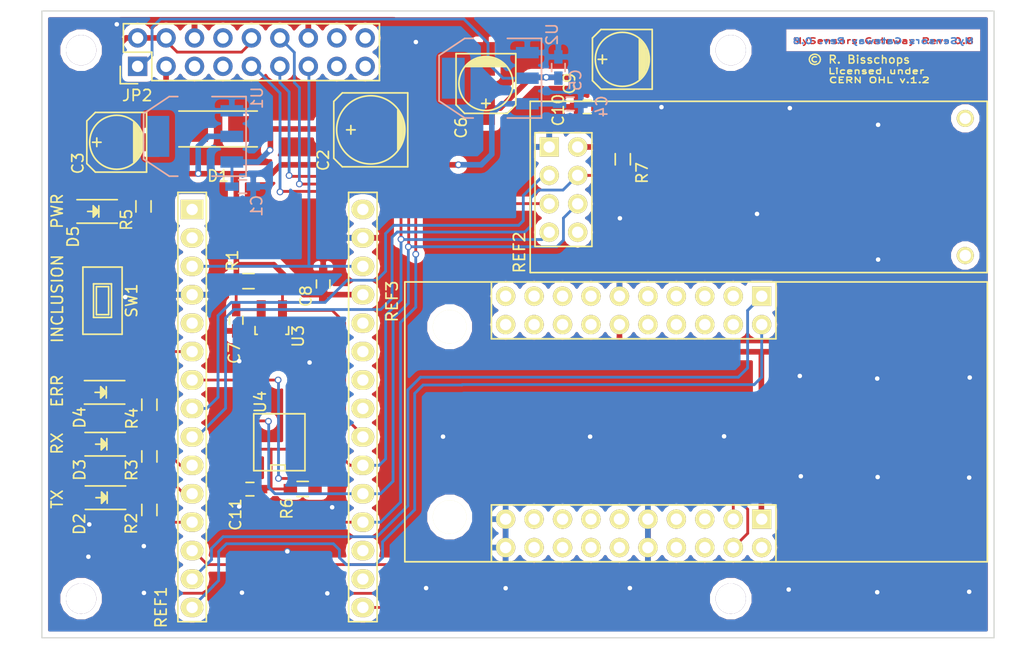
<source format=kicad_pcb>
(kicad_pcb (version 4) (host pcbnew 4.0.2-stable)
  (title_block (title "MySensors Gateway") (date 2016-03-02) (rev 0.8) (company "MySensors Boards") (comment 1 "R. Bisschops"))
  (layers (0 F.Cu signal) (31 B.Cu signal) (34 B.Paste user) (35 F.Paste user) (36 B.SilkS user) (37 F.SilkS user) (38 B.Mask user) (39 F.Mask user) (44 Edge.Cuts user))
  (net 0 "")
  (net 1 GND)
  (net 2 VCC)
  (net 3 RAD-TX)
  (net 4 RAD-RX)
  (net 5 RAD-ERR)
  (net 6 ETH-NSS)
  (net 7 RAD-CSN)
  (net 8 RAD-CE)
  (net 9 SEC-SDA)
  (net 10 ETH-SCK)
  (net 11 "Net-(C1-Pad1)")
  (net 12 +3.3V)
  (net 13 MISO)
  (net 14 SCK)
  (net 15 MOSI)
  (net 16 RESET)
  (net 17 FLASH_CSN)
  (net 18 ETH-MISO)
  (net 19 ETH-MOSI)
  (net 20 PWR)
  (net 21 "Net-(D2-Pad1)")
  (net 22 "Net-(D3-Pad1)")
  (net 23 "Net-(D4-Pad1)")
  (net 24 "Net-(D5-Pad1)")
  (net 25 "Net-(JP2-Pad5)")
  (net 26 "Net-(JP2-Pad7)")
  (net 27 "Net-(JP2-Pad8)")
  (net 28 "Net-(JP2-Pad15)")
  (net 29 "Net-(JP2-Pad16)")
  (net 30 "Net-(JP2-Pad17)")
  (net 31 "Net-(JP2-Pad18)")
  (net 32 "Net-(REF1-Pad5)")
  (net 33 "Net-(REF1-Pad2)")
  (net 34 "Net-(REF1-Pad1)")
  (net 35 "Net-(REF1-Pad30)")
  (net 36 "Net-(REF1-Pad26)")
  (net 37 "Net-(REF1-Pad25)")
  (net 38 "Net-(REF1-Pad24)")
  (net 39 "Net-(REF1-Pad23)")
  (net 40 "Net-(REF1-Pad18)")
  (net 41 "Net-(REF1-Pad17)")
  (net 42 "Net-(REF2-Pad8)")
  (net 43 "Net-(REF1-Pad6)")
  (net 44 "Net-(REF3-Pad202)")
  (net 45 "Net-(REF3-Pad218)")
  (net 46 "Net-(REF3-Pad216)")
  (net 47 "Net-(REF3-Pad214)")
  (net 48 "Net-(REF3-Pad212)")
  (net 49 "Net-(REF3-Pad206)")
  (net 50 "Net-(REF3-Pad208)")
  (net 51 "Net-(REF3-Pad207)")
  (net 52 "Net-(REF3-Pad205)")
  (net 53 "Net-(REF3-Pad211)")
  (net 54 "Net-(REF3-Pad213)")
  (net 55 "Net-(REF3-Pad215)")
  (net 56 "Net-(REF3-Pad217)")
  (net 57 "Net-(REF3-Pad119)")
  (net 58 "Net-(REF3-Pad117)")
  (net 59 "Net-(REF3-Pad115)")
  (net 60 "Net-(REF3-Pad113)")
  (net 61 "Net-(REF3-Pad103)")
  (net 62 "Net-(REF3-Pad105)")
  (net 63 "Net-(REF3-Pad107)")
  (net 64 "Net-(REF3-Pad110)")
  (net 65 "Net-(REF3-Pad109)")
  (net 66 "Net-(REF3-Pad108)")
  (net 67 "Net-(REF3-Pad106)")
  (net 68 "Net-(REF3-Pad104)")
  (net 69 "Net-(REF3-Pad114)")
  (net 70 "Net-(REF3-Pad116)")
  (net 71 "Net-(REF3-Pad118)")
  (net 72 "Net-(REF3-Pad120)")
  (module MySensors:Arduino_Nano (layer F.Cu) (at 128.97104 145.51152 180)
    (fp_text reference REF1 (at 38.33368 -17.76984 450) (layer F.SilkS))
    (fp_text value Arduino_Nano)
    (pad 15 thru_hole oval (at 35.56 -17.78 270) (size 1.7272 2.032) (drill 1.016) (layers *.Cu *.Mask F.SilkS) (net 18 ETH-MISO))
    (pad 14 thru_hole oval (at 35.56 -15.24 270) (size 1.7272 2.032) (drill 1.016) (layers *.Cu *.Mask F.SilkS) (net 19 ETH-MOSI))
    (pad 13 thru_hole oval (at 35.56 -12.7 270) (size 1.7272 2.032) (drill 1.016) (layers *.Cu *.Mask F.SilkS) (net 6 ETH-NSS))
    (pad 12 thru_hole oval (at 35.56 -10.16 270) (size 1.7272 2.032) (drill 1.016) (layers *.Cu *.Mask F.SilkS) (net 3 RAD-TX))
    (pad 11 thru_hole oval (at 35.56 -7.62 270) (size 1.7272 2.032) (drill 1.016) (layers *.Cu *.Mask F.SilkS) (net 4 RAD-RX))
    (pad 10 thru_hole oval (at 35.56 -5.08 270) (size 1.7272 2.032) (drill 1.016) (layers *.Cu *.Mask F.SilkS) (net 5 RAD-ERR))
    (pad 9 thru_hole oval (at 35.56 -2.54 270) (size 1.7272 2.032) (drill 1.016) (layers *.Cu *.Mask F.SilkS) (net 7 RAD-CSN))
    (pad 8 thru_hole oval (at 35.56 0 270) (size 1.7272 2.032) (drill 1.016) (layers *.Cu *.Mask F.SilkS) (net 8 RAD-CE))
    (pad 7 thru_hole oval (at 35.56 2.54 270) (size 1.7272 2.032) (drill 1.016) (layers *.Cu *.Mask F.SilkS) (net 17 FLASH_CSN))
    (pad 6 thru_hole oval (at 35.56 5.08 270) (size 1.7272 2.032) (drill 1.016) (layers *.Cu *.Mask F.SilkS) (net 43 "Net-(REF1-Pad6)"))
    (pad 5 thru_hole oval (at 35.56 7.62 270) (size 1.7272 2.032) (drill 1.016) (layers *.Cu *.Mask F.SilkS) (net 32 "Net-(REF1-Pad5)"))
    (pad 4 thru_hole oval (at 35.56 10.16 270) (size 1.7272 2.032) (drill 1.016) (layers *.Cu *.Mask F.SilkS) (net 1 GND))
    (pad 3 thru_hole oval (at 35.56 12.7 270) (size 1.7272 2.032) (drill 1.016) (layers *.Cu *.Mask F.SilkS) (net 16 RESET))
    (pad 2 thru_hole oval (at 35.56 15.24 270) (size 1.7272 2.032) (drill 1.016) (layers *.Cu *.Mask F.SilkS) (net 33 "Net-(REF1-Pad2)"))
    (pad 1 thru_hole rect (at 35.56 17.78 270) (size 1.7272 2.032) (drill 1.016) (layers *.Cu *.Mask F.SilkS) (net 34 "Net-(REF1-Pad1)"))
    (pad 30 thru_hole oval (at 20.32 17.78 270) (size 1.7272 2.032) (drill 1.016) (layers *.Cu *.Mask F.SilkS) (net 35 "Net-(REF1-Pad30)"))
    (pad 29 thru_hole oval (at 20.32 15.24 270) (size 1.7272 2.032) (drill 1.016) (layers *.Cu *.Mask F.SilkS) (net 1 GND))
    (pad 28 thru_hole oval (at 20.32 12.7 270) (size 1.7272 2.032) (drill 1.016) (layers *.Cu *.Mask F.SilkS) (net 16 RESET))
    (pad 27 thru_hole oval (at 20.32 10.16 270) (size 1.7272 2.032) (drill 1.016) (layers *.Cu *.Mask F.SilkS) (net 2 VCC))
    (pad 26 thru_hole oval (at 20.32 7.62 270) (size 1.7272 2.032) (drill 1.016) (layers *.Cu *.Mask F.SilkS) (net 36 "Net-(REF1-Pad26)"))
    (pad 25 thru_hole oval (at 20.32 5.08 270) (size 1.7272 2.032) (drill 1.016) (layers *.Cu *.Mask F.SilkS) (net 37 "Net-(REF1-Pad25)"))
    (pad 24 thru_hole oval (at 20.32 2.54 270) (size 1.7272 2.032) (drill 1.016) (layers *.Cu *.Mask F.SilkS) (net 38 "Net-(REF1-Pad24)"))
    (pad 23 thru_hole oval (at 20.32 0 270) (size 1.7272 2.032) (drill 1.016) (layers *.Cu *.Mask F.SilkS) (net 39 "Net-(REF1-Pad23)"))
    (pad 22 thru_hole oval (at 20.32 -2.54 270) (size 1.7272 2.032) (drill 1.016) (layers *.Cu *.Mask F.SilkS) (net 9 SEC-SDA))
    (pad 21 thru_hole oval (at 20.32 -5.08 270) (size 1.7272 2.032) (drill 1.016) (layers *.Cu *.Mask F.SilkS) (net 13 MISO))
    (pad 20 thru_hole oval (at 20.32 -7.62 270) (size 1.7272 2.032) (drill 1.016) (layers *.Cu *.Mask F.SilkS) (net 15 MOSI))
    (pad 19 thru_hole oval (at 20.32 -10.16 270) (size 1.7272 2.032) (drill 1.016) (layers *.Cu *.Mask F.SilkS) (net 14 SCK))
    (pad 18 thru_hole oval (at 20.32 -12.7 270) (size 1.7272 2.032) (drill 1.016) (layers *.Cu *.Mask F.SilkS) (net 40 "Net-(REF1-Pad18)"))
    (pad 17 thru_hole oval (at 20.32 -15.24 270) (size 1.7272 2.032) (drill 1.016) (layers *.Cu *.Mask F.SilkS) (net 41 "Net-(REF1-Pad17)"))
    (pad 16 thru_hole oval (at 20.32 -17.78 270) (size 1.7272 2.032) (drill 1.016) (layers *.Cu *.Mask F.SilkS) (net 10 ETH-SCK))
  )
  (module Capacitors_SMD:C_0603_HandSoldering (layer B.Cu) (at 126.10592 115.05184 90)
    (fp_text reference C5 (at -1.11816 1.54408 90) (layer B.SilkS) (effects (justify mirror)))
    (fp_text value 100nF)
    (pad 1 smd rect (at -0.95 0 90) (size 1.2 0.75) (layers B.Cu B.Paste B.Mask) (net 12 +3.3V))
    (pad 2 smd rect (at 0.95 0 90) (size 1.2 0.75) (layers B.Cu B.Paste B.Mask) (net 1 GND))
  )
  (module Resistors_SMD:R_0603_HandSoldering (layer F.Cu) (at 98.44278 134.13486)
    (fp_text reference R1 (at -1.4351 -1.83896 270) (layer F.SilkS))
    (fp_text value 56K)
    (pad 1 smd rect (at -1.1 0) (size 1.2 0.9) (layers F.Cu F.Paste F.Mask) (net 2 VCC))
    (pad 2 smd rect (at 1.1 0) (size 1.2 0.9) (layers F.Cu F.Paste F.Mask) (net 9 SEC-SDA))
  )
  (module TO_SOT_Packages_SMD:SOT-223 (layer B.Cu) (at 93.65488 121.20372 270)
    (fp_text reference U1 (at -3.43662 -5.55752 450) (layer B.SilkS) (effects (justify mirror)))
    (fp_text value AP1117E50)
    (pad 4 smd rect (at 0 3.302 270) (size 3.6576 2.032) (layers B.Cu B.Paste B.Mask))
    (pad 2 smd rect (at 0 -3.302 270) (size 1.016 2.032) (layers B.Cu B.Paste B.Mask) (net 2 VCC))
    (pad 3 smd rect (at 2.286 -3.302 270) (size 1.016 2.032) (layers B.Cu B.Paste B.Mask) (net 11 "Net-(C1-Pad1)"))
    (pad 1 smd rect (at -2.286 -3.302 270) (size 1.016 2.032) (layers B.Cu B.Paste B.Mask) (net 1 GND))
  )
  (module Resistors_SMD:R_0603_HandSoldering (layer F.Cu) (at 89.59596 154.57932 270)
    (fp_text reference R2 (at 1.21412 1.6129 450) (layer F.SilkS))
    (fp_text value 1K)
    (pad 1 smd rect (at -1.1 0 270) (size 1.2 0.9) (layers F.Cu F.Paste F.Mask) (net 21 "Net-(D2-Pad1)"))
    (pad 2 smd rect (at 1.1 0 270) (size 1.2 0.9) (layers F.Cu F.Paste F.Mask) (net 3 RAD-TX))
  )
  (module Resistors_SMD:R_0603_HandSoldering (layer F.Cu) (at 89.59596 149.79904 270)
    (fp_text reference R3 (at 1.21666 1.58496 450) (layer F.SilkS))
    (fp_text value 1K)
    (pad 1 smd rect (at -1.1 0 270) (size 1.2 0.9) (layers F.Cu F.Paste F.Mask) (net 22 "Net-(D3-Pad1)"))
    (pad 2 smd rect (at 1.1 0 270) (size 1.2 0.9) (layers F.Cu F.Paste F.Mask) (net 4 RAD-RX))
  )
  (module Resistors_SMD:R_0603_HandSoldering (layer F.Cu) (at 89.59596 145.17624 270)
    (fp_text reference R4 (at 1.22936 1.55702 450) (layer F.SilkS))
    (fp_text value 1K)
    (pad 1 smd rect (at -1.1 0 270) (size 1.2 0.9) (layers F.Cu F.Paste F.Mask) (net 23 "Net-(D4-Pad1)"))
    (pad 2 smd rect (at 1.1 0 270) (size 1.2 0.9) (layers F.Cu F.Paste F.Mask) (net 5 RAD-ERR))
  )
  (module Resistors_SMD:R_0603_HandSoldering (layer F.Cu) (at 89.07 127.46 270)
    (fp_text reference R5 (at 1.1938 1.52146 450) (layer F.SilkS))
    (fp_text value 1K)
    (pad 1 smd rect (at -1.1 0 270) (size 1.2 0.9) (layers F.Cu F.Paste F.Mask) (net 24 "Net-(D5-Pad1)"))
    (pad 2 smd rect (at 1.1 0 270) (size 1.2 0.9) (layers F.Cu F.Paste F.Mask) (net 1 GND))
  )
  (module Resistors_SMD:R_0603_HandSoldering (layer F.Cu) (at 103.28148 152.7048)
    (fp_text reference R6 (at -1.41224 1.74752 270) (layer F.SilkS))
    (fp_text value 4K7)
    (pad 1 smd rect (at -1.1 0) (size 1.2 0.9) (layers F.Cu F.Paste F.Mask) (net 2 VCC))
    (pad 2 smd rect (at 1.1 0) (size 1.2 0.9) (layers F.Cu F.Paste F.Mask) (net 17 FLASH_CSN))
  )
  (module Capacitors_SMD:c_elec_6.3x5.3 (layer F.Cu) (at 109.36 120.62 180)
    (fp_text reference C2 (at 4.24 -2.71 450) (layer F.SilkS))
    (fp_text value 47uF)
    (pad 1 smd rect (at 2.75082 0 180) (size 3.59918 1.6002) (layers F.Cu F.Paste F.Mask) (net 11 "Net-(C1-Pad1)"))
    (pad 2 smd rect (at -2.75082 0 180) (size 3.59918 1.6002) (layers F.Cu F.Paste F.Mask) (net 1 GND))
  )
  (module Capacitors_SMD:c_elec_5x5.3 (layer F.Cu) (at 86.6775 121.7295 180)
    (fp_text reference C3 (at 3.4675 -1.8805 450) (layer F.SilkS))
    (fp_text value 10uF)
    (pad 1 smd rect (at 2.19964 0 180) (size 2.99974 1.6002) (layers F.Cu F.Paste F.Mask) (net 2 VCC))
    (pad 2 smd rect (at -2.19964 0 180) (size 2.99974 1.6002) (layers F.Cu F.Paste F.Mask) (net 1 GND))
  )
  (module Capacitors_SMD:C_0603_HandSoldering (layer B.Cu) (at 127.16 118.3)
    (fp_text reference C4 (at 2.82 0.22 90) (layer B.SilkS) (effects (justify mirror)))
    (fp_text value 100nF)
    (pad 1 smd rect (at -0.95 0) (size 1.2 0.75) (layers B.Cu B.Paste B.Mask) (net 2 VCC))
    (pad 2 smd rect (at 0.95 0) (size 1.2 0.75) (layers B.Cu B.Paste B.Mask) (net 1 GND))
  )
  (module Capacitors_SMD:c_elec_5x5.3 (layer F.Cu) (at 119.63908 116.48186 270)
    (fp_text reference C6 (at 3.94814 2.21908 450) (layer F.SilkS))
    (fp_text value 10uF)
    (pad 1 smd rect (at 2.19964 0 270) (size 2.99974 1.6002) (layers F.Cu F.Paste F.Mask) (net 12 +3.3V))
    (pad 2 smd rect (at -2.19964 0 270) (size 2.99974 1.6002) (layers F.Cu F.Paste F.Mask) (net 1 GND))
  )
  (module Capacitors_SMD:C_0603_HandSoldering (layer F.Cu) (at 97.34296 137.63244 270)
    (fp_text reference C7 (at 2.9337 0.16764 450) (layer F.SilkS))
    (fp_text value 100nF)
    (pad 1 smd rect (at -0.95 0 270) (size 1.2 0.75) (layers F.Cu F.Paste F.Mask) (net 2 VCC))
    (pad 2 smd rect (at 0.95 0 270) (size 1.2 0.75) (layers F.Cu F.Paste F.Mask) (net 1 GND))
  )
  (module Capacitors_SMD:C_0603_HandSoldering (layer F.Cu) (at 105.11028 134.3914 90)
    (fp_text reference C8 (at -1.08966 -1.5367 270) (layer F.SilkS))
    (fp_text value 100nF)
    (pad 1 smd rect (at -0.95 0 90) (size 1.2 0.75) (layers F.Cu F.Paste F.Mask) (net 2 VCC))
    (pad 2 smd rect (at 0.95 0 90) (size 1.2 0.75) (layers F.Cu F.Paste F.Mask) (net 1 GND))
  )
  (module Capacitors_SMD:c_elec_5x5.3 (layer F.Cu) (at 131.81584 114.32032 180)
    (fp_text reference C9 (at 4.71678 -2.16154 270) (layer F.SilkS))
    (fp_text value 4uF7)
    (pad 1 smd rect (at 2.19964 0 180) (size 2.99974 1.6002) (layers F.Cu F.Paste F.Mask) (net 12 +3.3V))
    (pad 2 smd rect (at -2.19964 0 180) (size 2.99974 1.6002) (layers F.Cu F.Paste F.Mask) (net 1 GND))
  )
  (module Capacitors_SMD:C_0603_HandSoldering (layer F.Cu) (at 128.68656 118.5672 180)
    (fp_text reference C10 (at 2.59334 -0.28956 450) (layer F.SilkS))
    (fp_text value 100nF)
    (pad 1 smd rect (at -0.95 0 180) (size 1.2 0.75) (layers F.Cu F.Paste F.Mask) (net 12 +3.3V))
    (pad 2 smd rect (at 0.95 0 180) (size 1.2 0.75) (layers F.Cu F.Paste F.Mask) (net 1 GND))
  )
  (module Capacitors_SMD:C_0603_HandSoldering (layer F.Cu) (at 98.57232 152.72004 180)
    (fp_text reference C11 (at 1.28524 -2.26314 270) (layer F.SilkS))
    (fp_text value 100nF)
    (pad 1 smd rect (at -0.95 0 180) (size 1.2 0.75) (layers F.Cu F.Paste F.Mask) (net 2 VCC))
    (pad 2 smd rect (at 0.95 0 180) (size 1.2 0.75) (layers F.Cu F.Paste F.Mask) (net 1 GND))
  )
  (module TO_SOT_Packages_SMD:SOT-223 (layer B.Cu) (at 120.03024 116.00688 270)
    (fp_text reference U2 (at -3.91668 -5.50926 450) (layer B.SilkS) (effects (justify mirror)))
    (fp_text value AP1117D33)
    (pad 4 smd rect (at 0 3.302 270) (size 3.6576 2.032) (layers B.Cu B.Paste B.Mask))
    (pad 2 smd rect (at 0 -3.302 270) (size 1.016 2.032) (layers B.Cu B.Paste B.Mask) (net 12 +3.3V))
    (pad 3 smd rect (at 2.286 -3.302 270) (size 1.016 2.032) (layers B.Cu B.Paste B.Mask) (net 2 VCC))
    (pad 1 smd rect (at -2.286 -3.302 270) (size 1.016 2.032) (layers B.Cu B.Paste B.Mask) (net 1 GND))
  )
  (module TO_SOT_Packages_SMD:SOT-23_Handsoldering (layer F.Cu) (at 100.52812 138.24712 180)
    (fp_text reference U3 (at -2.34696 -0.81026 270) (layer F.SilkS))
    (fp_text value ATSHA240A)
    (pad 1 smd rect (at -0.95 1.50114 180) (size 0.8001 1.80086) (layers F.Cu F.Paste F.Mask) (net 9 SEC-SDA))
    (pad 2 smd rect (at 0.95 1.50114 180) (size 0.8001 1.80086) (layers F.Cu F.Paste F.Mask) (net 2 VCC))
    (pad 3 smd rect (at 0 -1.50114 180) (size 0.8001 1.80086) (layers F.Cu F.Paste F.Mask) (net 1 GND))
  )
  (module SMD_Packages:SOIC-8-N (layer F.Cu) (at 101.19868 148.52904 90)
    (fp_text reference U4 (at 3.60426 -1.70434 270) (layer F.SilkS))
    (fp_text value AT25DF512C)
    (pad 8 smd rect (at -1.905 -3.175 90) (size 0.508 1.143) (layers F.Cu F.Paste F.Mask) (net 2 VCC))
    (pad 7 smd rect (at -0.635 -3.175 90) (size 0.508 1.143) (layers F.Cu F.Paste F.Mask) (net 2 VCC))
    (pad 6 smd rect (at 0.635 -3.175 90) (size 0.508 1.143) (layers F.Cu F.Paste F.Mask) (net 14 SCK))
    (pad 5 smd rect (at 1.905 -3.175 90) (size 0.508 1.143) (layers F.Cu F.Paste F.Mask) (net 15 MOSI))
    (pad 4 smd rect (at 1.905 3.175 90) (size 0.508 1.143) (layers F.Cu F.Paste F.Mask) (net 1 GND))
    (pad 3 smd rect (at 0.635 3.175 90) (size 0.508 1.143) (layers F.Cu F.Paste F.Mask) (net 2 VCC))
    (pad 2 smd rect (at -0.635 3.175 90) (size 0.508 1.143) (layers F.Cu F.Paste F.Mask) (net 13 MISO))
    (pad 1 smd rect (at -1.905 3.175 90) (size 0.508 1.143) (layers F.Cu F.Paste F.Mask) (net 17 FLASH_CSN))
  )
  (module Capacitors_SMD:C_0603_HandSoldering (layer B.Cu) (at 97.917 125.6919)
    (fp_text reference C1 (at 1.2573 1.7145 270) (layer B.SilkS) (effects (justify mirror)))
    (fp_text value 100nF)
    (pad 1 smd rect (at -0.95 0) (size 1.2 0.75) (layers B.Cu B.Paste B.Mask) (net 11 "Net-(C1-Pad1)"))
    (pad 2 smd rect (at 0.95 0) (size 1.2 0.75) (layers B.Cu B.Paste B.Mask) (net 1 GND))
  )
  (module LEDs:LED_1206 (layer F.Cu) (at 85.32622 153.48204 180)
    (fp_text reference D2 (at 1.97358 -2.35204 270) (layer F.SilkS))
    (fp_text value TX)
    (pad 2 smd rect (at 2.16662 0) (size 1.59766 1.80086) (layers F.Cu F.Paste F.Mask) (net 2 VCC))
    (pad 1 smd rect (at -1.41986 0) (size 1.59766 1.80086) (layers F.Cu F.Paste F.Mask) (net 21 "Net-(D2-Pad1)"))
  )
  (module LEDs:LED_1206 (layer F.Cu) (at 85.29828 148.7043 180)
    (fp_text reference D3 (at 1.92532 -2.29362 450) (layer F.SilkS))
    (fp_text value RX)
    (pad 2 smd rect (at 2.13614 0) (size 1.59766 1.80086) (layers F.Cu F.Paste F.Mask) (net 2 VCC))
    (pad 1 smd rect (at -1.41986 0) (size 1.59766 1.80086) (layers F.Cu F.Paste F.Mask) (net 22 "Net-(D3-Pad1)"))
  )
  (module LEDs:LED_1206 (layer F.Cu) (at 85.24748 144.07388 180)
    (fp_text reference D4 (at 1.87452 -2.25044 270) (layer F.SilkS))
    (fp_text value ERR)
    (pad 2 smd rect (at 2.08534 0) (size 1.59766 1.80086) (layers F.Cu F.Paste F.Mask) (net 2 VCC))
    (pad 1 smd rect (at -1.41986 0) (size 1.59766 1.80086) (layers F.Cu F.Paste F.Mask) (net 23 "Net-(D4-Pad1)"))
  )
  (module LEDs:LED_1206 (layer F.Cu) (at 84.582 127.90932 180)
    (fp_text reference D5 (at 1.79578 -2.26314 270) (layer F.SilkS))
    (fp_text value PWR)
    (pad 2 smd rect (at 1.41986 0) (size 1.59766 1.80086) (layers F.Cu F.Paste F.Mask) (net 2 VCC))
    (pad 1 smd rect (at -1.41986 0) (size 1.59766 1.80086) (layers F.Cu F.Paste F.Mask) (net 24 "Net-(D5-Pad1)"))
  )
  (module MySensors:NRF24L01_PA_LNA (layer F.Cu) (at 127.83 122.15 270)
    (fp_text reference REF2 (at 9.42 5.2 270) (layer F.SilkS))
    (fp_text value NRF24L01)
    (pad 2 thru_hole circle (at 0 0 270) (size 1.7272 1.7272) (drill 1.016) (layers *.Cu *.Mask F.SilkS) (net 12 +3.3V))
    (pad 1 thru_hole rect (at 0 2.54 270) (size 1.7272 1.7272) (drill 1.016) (layers *.Cu *.Mask F.SilkS) (net 1 GND))
    (pad 4 thru_hole oval (at 2.54 0 270) (size 1.7272 1.7272) (drill 1.016) (layers *.Cu *.Mask F.SilkS) (net 7 RAD-CSN))
    (pad 3 thru_hole oval (at 2.54 2.54 270) (size 1.7272 1.7272) (drill 1.016) (layers *.Cu *.Mask F.SilkS) (net 8 RAD-CE))
    (pad 6 thru_hole oval (at 5.08 0 270) (size 1.7272 1.7272) (drill 1.016) (layers *.Cu *.Mask F.SilkS) (net 15 MOSI))
    (pad 5 thru_hole oval (at 5.08 2.54 270) (size 1.7272 1.7272) (drill 1.016) (layers *.Cu *.Mask F.SilkS) (net 14 SCK))
    (pad 8 thru_hole oval (at 7.62 0 270) (size 1.7272 1.7272) (drill 1.016) (layers *.Cu *.Mask F.SilkS) (net 42 "Net-(REF2-Pad8)"))
    (pad 7 thru_hole oval (at 7.62 2.54 270) (size 1.7272 1.7272) (drill 1.016) (layers *.Cu *.Mask F.SilkS) (net 13 MISO))
    (pad 9 thru_hole circle (at -2.554 -34.6 270) (size 1.524 1.524) (drill 1.016) (layers *.Cu *.Mask F.SilkS))
    (pad 10 thru_hole circle (at 9.696 -34.6 270) (size 1.524 1.524) (drill 1.016) (layers *.Cu *.Mask F.SilkS))
  )
  (module Mounting_Holes:MountingHole_2-7mm (layer F.Cu) (at 141.5 113.5)
    (fp_text reference REF** hide)
    (fp_text value MountingHole_3mm)
    (pad 1 thru_hole circle (at 0 0) (size 2.7 2.7) (drill 2.7) (layers))
  )
  (module Mounting_Holes:MountingHole_2-7mm (layer F.Cu) (at 83.5 113.5)
    (fp_text reference REF** hide)
    (fp_text value MountingHole_3mm)
    (pad 1 thru_hole circle (at 0 0) (size 2.7 2.7) (drill 2.7) (layers))
  )
  (module Mounting_Holes:MountingHole_2-7mm (layer F.Cu) (at 141.5 162.5)
    (fp_text reference REF** hide)
    (fp_text value MountingHole_3mm)
    (pad 1 thru_hole circle (at 0 0) (size 2.7 2.7) (drill 2.7) (layers))
  )
  (module Mounting_Holes:MountingHole_2-7mm (layer F.Cu) (at 83.5 162.5)
    (fp_text reference REF** hide)
    (fp_text value MountingHole_3mm)
    (pad 1 thru_hole circle (at 0 0) (size 2.7 2.7) (drill 2.7) (layers))
  )
  (module Resistors_SMD:R_0603_HandSoldering (layer F.Cu) (at 131.86 123.25 270)
    (fp_text reference R7 (at 1.22 -1.72 270) (layer F.SilkS))
    (fp_text value 56K)
    (pad 1 smd rect (at -1.1 0 270) (size 1.2 0.9) (layers F.Cu F.Paste F.Mask) (net 12 +3.3V))
    (pad 2 smd rect (at 1.1 0 270) (size 1.2 0.9) (layers F.Cu F.Paste F.Mask) (net 7 RAD-CSN))
  )
  (module MySensors:DO-214AC (layer F.Cu) (at 95.73 120.54 180)
    (fp_text reference D1 (at 0 -4.2 180) (layer F.SilkS))
    (fp_text value "1N4007 M7")
    (pad 2 smd rect (at 2.1 0 180) (size 2.4 2.3) (layers F.Cu F.Paste F.Mask) (net 20 PWR))
    (pad 1 smd rect (at -2.1 0 180) (size 2.4 2.3) (layers F.Cu F.Paste F.Mask) (net 11 "Net-(C1-Pad1)"))
  )
  (module MySensors:Socket_Strip_Straight_2x09_mirrored (layer F.Cu) (at 88.5444 114.9477)
    (fp_text reference JP2 (at -0.0344 2.6023) (layer F.SilkS))
    (fp_text value CONN_02x9)
    (pad 1 thru_hole rect (at 0 0) (size 1.7272 1.7272) (drill 1.016) (layers *.Cu *.Mask) (net 12 +3.3V))
    (pad 2 thru_hole oval (at 0 -2.54) (size 1.7272 1.7272) (drill 1.016) (layers *.Cu *.Mask) (net 2 VCC))
    (pad 3 thru_hole oval (at 2.54 0) (size 1.7272 1.7272) (drill 1.016) (layers *.Cu *.Mask) (net 20 PWR))
    (pad 4 thru_hole oval (at 2.54 -2.54) (size 1.7272 1.7272) (drill 1.016) (layers *.Cu *.Mask) (net 2 VCC))
    (pad 5 thru_hole oval (at 5.08 0) (size 1.7272 1.7272) (drill 1.016) (layers *.Cu *.Mask) (net 25 "Net-(JP2-Pad5)"))
    (pad 6 thru_hole oval (at 5.08 -2.54) (size 1.7272 1.7272) (drill 1.016) (layers *.Cu *.Mask) (net 1 GND))
    (pad 7 thru_hole oval (at 7.62 0) (size 1.7272 1.7272) (drill 1.016) (layers *.Cu *.Mask) (net 26 "Net-(JP2-Pad7)"))
    (pad 8 thru_hole oval (at 7.62 -2.54) (size 1.7272 1.7272) (drill 1.016) (layers *.Cu *.Mask) (net 27 "Net-(JP2-Pad8)"))
    (pad 9 thru_hole oval (at 10.16 0) (size 1.7272 1.7272) (drill 1.016) (layers *.Cu *.Mask) (net 13 MISO))
    (pad 10 thru_hole oval (at 10.16 -2.54) (size 1.7272 1.7272) (drill 1.016) (layers *.Cu *.Mask) (net 2 VCC))
    (pad 11 thru_hole oval (at 12.7 0) (size 1.7272 1.7272) (drill 1.016) (layers *.Cu *.Mask) (net 14 SCK))
    (pad 12 thru_hole oval (at 12.7 -2.54) (size 1.7272 1.7272) (drill 1.016) (layers *.Cu *.Mask) (net 15 MOSI))
    (pad 13 thru_hole oval (at 15.24 0) (size 1.7272 1.7272) (drill 1.016) (layers *.Cu *.Mask) (net 16 RESET))
    (pad 14 thru_hole oval (at 15.24 -2.54) (size 1.7272 1.7272) (drill 1.016) (layers *.Cu *.Mask) (net 1 GND))
    (pad 15 thru_hole oval (at 17.78 0) (size 1.7272 1.7272) (drill 1.016) (layers *.Cu *.Mask) (net 28 "Net-(JP2-Pad15)"))
    (pad 16 thru_hole oval (at 17.78 -2.54) (size 1.7272 1.7272) (drill 1.016) (layers *.Cu *.Mask) (net 29 "Net-(JP2-Pad16)"))
    (pad 17 thru_hole oval (at 20.32 0) (size 1.7272 1.7272) (drill 1.016) (layers *.Cu *.Mask) (net 30 "Net-(JP2-Pad17)"))
    (pad 18 thru_hole oval (at 20.32 -2.54) (size 1.7272 1.7272) (drill 1.016) (layers *.Cu *.Mask) (net 31 "Net-(JP2-Pad18)"))
  )
  (module Buttons_Switches_SMD:SW_SPST_FSMSM (layer F.Cu) (at 85.41 135.87 270)
    (fp_text reference SW1 (at 0.01011 -2.60022 270) (layer F.SilkS))
    (fp_text value SW_PUSH)
    (pad 1 smd rect (at -4.60243 -0.00232 270) (size 2.18 1.6) (layers F.Cu F.Paste F.Mask) (net 1 GND))
    (pad 2 smd rect (at 4.60243 0.00232 270) (size 2.18 1.6) (layers F.Cu F.Paste F.Mask) (net 43 "Net-(REF1-Pad6)"))
  )
  (module MySensors:WIZ811MJ (layer F.Cu) (at 112.4 134.21 270)
    (fp_text reference REF3 (at 1.74 1.14 450) (layer F.SilkS))
    (fp_text value WIZ811MJ)
    (pad 202 thru_hole oval (at 23.73 -31.86 180) (size 1.7272 1.7272) (drill 1.016) (layers *.Cu *.Mask F.SilkS) (net 44 "Net-(REF3-Pad202)"))
    (pad 102 thru_hole oval (at 3.81 -31.86 180) (size 1.7272 1.7272) (drill 1.016) (layers *.Cu *.Mask F.SilkS) (net 18 ETH-MISO))
    (pad "" np_thru_hole circle (at 21 -4 180) (size 3 3) (drill 3) (layers *.Cu *.Mask F.SilkS))
    (pad 220 thru_hole oval (at 23.73 -9 180) (size 1.7272 1.7272) (drill 1.016) (layers *.Cu *.Mask F.SilkS) (net 1 GND))
    (pad 218 thru_hole oval (at 23.73 -11.54 180) (size 1.7272 1.7272) (drill 1.016) (layers *.Cu *.Mask F.SilkS) (net 45 "Net-(REF3-Pad218)"))
    (pad 216 thru_hole oval (at 23.73 -14.08 180) (size 1.7272 1.7272) (drill 1.016) (layers *.Cu *.Mask F.SilkS) (net 46 "Net-(REF3-Pad216)"))
    (pad 214 thru_hole oval (at 23.73 -16.62 180) (size 1.7272 1.7272) (drill 1.016) (layers *.Cu *.Mask F.SilkS) (net 47 "Net-(REF3-Pad214)"))
    (pad 212 thru_hole oval (at 23.73 -19.16 180) (size 1.7272 1.7272) (drill 1.016) (layers *.Cu *.Mask F.SilkS) (net 48 "Net-(REF3-Pad212)"))
    (pad 204 thru_hole oval (at 23.73 -29.32 180) (size 1.7272 1.7272) (drill 1.016) (layers *.Cu *.Mask F.SilkS) (net 6 ETH-NSS))
    (pad 206 thru_hole oval (at 23.73 -26.78 180) (size 1.7272 1.7272) (drill 1.016) (layers *.Cu *.Mask F.SilkS) (net 49 "Net-(REF3-Pad206)"))
    (pad 208 thru_hole oval (at 23.73 -24.24 180) (size 1.7272 1.7272) (drill 1.016) (layers *.Cu *.Mask F.SilkS) (net 50 "Net-(REF3-Pad208)"))
    (pad 209 thru_hole oval (at 21.19 -21.7 180) (size 1.7272 1.7272) (drill 1.016) (layers *.Cu *.Mask F.SilkS) (net 1 GND))
    (pad 210 thru_hole oval (at 23.73 -21.7 180) (size 1.7272 1.7272) (drill 1.016) (layers *.Cu *.Mask F.SilkS) (net 1 GND))
    (pad 207 thru_hole oval (at 21.19 -24.24 180) (size 1.7272 1.7272) (drill 1.016) (layers *.Cu *.Mask F.SilkS) (net 51 "Net-(REF3-Pad207)"))
    (pad 205 thru_hole oval (at 21.19 -26.78 180) (size 1.7272 1.7272) (drill 1.016) (layers *.Cu *.Mask F.SilkS) (net 52 "Net-(REF3-Pad205)"))
    (pad 203 thru_hole oval (at 21.19 -29.32 180) (size 1.7272 1.7272) (drill 1.016) (layers *.Cu *.Mask F.SilkS) (net 10 ETH-SCK))
    (pad 201 thru_hole rect (at 21.19 -31.86 180) (size 1.7272 1.7272) (drill 1.016) (layers *.Cu *.Mask F.SilkS) (net 12 +3.3V))
    (pad 211 thru_hole oval (at 21.19 -19.16 180) (size 1.7272 1.7272) (drill 1.016) (layers *.Cu *.Mask F.SilkS) (net 53 "Net-(REF3-Pad211)"))
    (pad 213 thru_hole oval (at 21.19 -16.62 180) (size 1.7272 1.7272) (drill 1.016) (layers *.Cu *.Mask F.SilkS) (net 54 "Net-(REF3-Pad213)"))
    (pad 215 thru_hole oval (at 21.19 -14.08 180) (size 1.7272 1.7272) (drill 1.016) (layers *.Cu *.Mask F.SilkS) (net 55 "Net-(REF3-Pad215)"))
    (pad 217 thru_hole oval (at 21.19 -11.54 180) (size 1.7272 1.7272) (drill 1.016) (layers *.Cu *.Mask F.SilkS) (net 56 "Net-(REF3-Pad217)"))
    (pad 219 thru_hole oval (at 21.19 -9 180) (size 1.7272 1.7272) (drill 1.016) (layers *.Cu *.Mask F.SilkS) (net 1 GND))
    (pad 119 thru_hole oval (at 1.27 -9 180) (size 1.7272 1.7272) (drill 1.016) (layers *.Cu *.Mask F.SilkS) (net 57 "Net-(REF3-Pad119)"))
    (pad 117 thru_hole oval (at 1.27 -11.54 180) (size 1.7272 1.7272) (drill 1.016) (layers *.Cu *.Mask F.SilkS) (net 58 "Net-(REF3-Pad117)"))
    (pad 115 thru_hole oval (at 1.27 -14.08 180) (size 1.7272 1.7272) (drill 1.016) (layers *.Cu *.Mask F.SilkS) (net 59 "Net-(REF3-Pad115)"))
    (pad 113 thru_hole oval (at 1.27 -16.62 180) (size 1.7272 1.7272) (drill 1.016) (layers *.Cu *.Mask F.SilkS) (net 60 "Net-(REF3-Pad113)"))
    (pad 111 thru_hole oval (at 1.27 -19.16 180) (size 1.7272 1.7272) (drill 1.016) (layers *.Cu *.Mask F.SilkS) (net 1 GND))
    (pad 101 thru_hole rect (at 1.27 -31.86 180) (size 1.7272 1.7272) (drill 1.016) (layers *.Cu *.Mask F.SilkS) (net 19 ETH-MOSI))
    (pad 103 thru_hole oval (at 1.27 -29.32 180) (size 1.7272 1.7272) (drill 1.016) (layers *.Cu *.Mask F.SilkS) (net 61 "Net-(REF3-Pad103)"))
    (pad 105 thru_hole oval (at 1.27 -26.78 180) (size 1.7272 1.7272) (drill 1.016) (layers *.Cu *.Mask F.SilkS) (net 62 "Net-(REF3-Pad105)"))
    (pad 107 thru_hole oval (at 1.27 -24.24 180) (size 1.7272 1.7272) (drill 1.016) (layers *.Cu *.Mask F.SilkS) (net 63 "Net-(REF3-Pad107)"))
    (pad 110 thru_hole oval (at 3.81 -21.7 180) (size 1.7272 1.7272) (drill 1.016) (layers *.Cu *.Mask F.SilkS) (net 64 "Net-(REF3-Pad110)"))
    (pad 109 thru_hole oval (at 1.27 -21.7 180) (size 1.7272 1.7272) (drill 1.016) (layers *.Cu *.Mask F.SilkS) (net 65 "Net-(REF3-Pad109)"))
    (pad 108 thru_hole oval (at 3.81 -24.24 180) (size 1.7272 1.7272) (drill 1.016) (layers *.Cu *.Mask F.SilkS) (net 66 "Net-(REF3-Pad108)"))
    (pad 106 thru_hole oval (at 3.81 -26.78 180) (size 1.7272 1.7272) (drill 1.016) (layers *.Cu *.Mask F.SilkS) (net 67 "Net-(REF3-Pad106)"))
    (pad 104 thru_hole oval (at 3.81 -29.32 180) (size 1.7272 1.7272) (drill 1.016) (layers *.Cu *.Mask F.SilkS) (net 68 "Net-(REF3-Pad104)"))
    (pad 112 thru_hole oval (at 3.81 -19.16 180) (size 1.7272 1.7272) (drill 1.016) (layers *.Cu *.Mask F.SilkS) (net 12 +3.3V))
    (pad 114 thru_hole oval (at 3.81 -16.62 180) (size 1.7272 1.7272) (drill 1.016) (layers *.Cu *.Mask F.SilkS) (net 69 "Net-(REF3-Pad114)"))
    (pad 116 thru_hole oval (at 3.81 -14.08 180) (size 1.7272 1.7272) (drill 1.016) (layers *.Cu *.Mask F.SilkS) (net 70 "Net-(REF3-Pad116)"))
    (pad 118 thru_hole oval (at 3.81 -11.54 180) (size 1.7272 1.7272) (drill 1.016) (layers *.Cu *.Mask F.SilkS) (net 71 "Net-(REF3-Pad118)"))
    (pad 120 thru_hole oval (at 3.81 -9 180) (size 1.7272 1.7272) (drill 1.016) (layers *.Cu *.Mask F.SilkS) (net 72 "Net-(REF3-Pad120)"))
    (pad "" np_thru_hole circle (at 4 -4 180) (size 3 3) (drill 3) (layers *.Cu *.Mask F.SilkS))
  )
  (gr_text "© R. Bisschops" (at 152.93 114.34) (layer F.SilkS) (effects (font (size 0.7 0.75) (thickness 0.125))))
  (gr_text "Licensed under \nCERN OHL v.1.2" (at 154.76 115.78) (layer F.SilkS) (effects (font (size 0.5 0.75) (thickness 0.125))))
  (gr_line (start 80 166) (end 165 166) (angle 90) (layer Edge.Cuts) (width 0.1))
  (gr_line (start 165 110) (end 165 166) (angle 90) (layer Edge.Cuts) (width 0.1))
  (gr_line (start 80 110) (end 80 166) (angle 90) (layer Edge.Cuts) (width 0.1))
  (gr_line (start 80 110) (end 165 110) (angle 90) (layer Edge.Cuts) (width 0.1))
  (gr_text TX (at 81.36128 153.61412 90) (layer F.SilkS) (effects (font (size 1 1))))
  (gr_text RX (at 81.36128 148.6408 90) (layer F.SilkS) (effects (font (size 1 1))))
  (gr_text ERR (at 81.36128 143.94688 90) (layer F.SilkS) (effects (font (size 1 1))))
  (gr_text PWR (at 81.36128 127.88138 90) (layer F.SilkS) (effects (font (size 1 1))))
  (gr_text INCLUSION (at 81.38 135.71 90) (layer F.SilkS) (effects (font (size 1 1))))
  (gr_text "MySensors Gateway Rev. 0.8" (at 155.11 112.68) (layer B.Cu) (effects (font (size 0.5 0.75) (thickness 0.125)) (justify mirror)))
  (gr_text "MySensors Gateway Rev. 0.8" (at 155.11 112.68) (layer F.Cu) (effects (font (size 0.5 0.75) (thickness 0.125))))
  (segment (start 85.41232 131.26757) (end 85.41232 133.53232) (width 0.25) (layer F.Cu) (net 1))
  (via (at 87.44 135.56) (size 0.6) (drill 0.4) (layers F.Cu B.Cu) (net 1))
  (segment (start 85.41232 133.53232) (end 87.44 135.56) (width 0.25) (layer F.Cu) (net 1))
  (segment (start 121.4 155.4) (end 121.4 153.62) (width 0.25) (layer B.Cu) (net 1))
  (via (at 140.9 148) (size 0.6) (drill 0.4) (layers F.Cu B.Cu) (net 1))
  (segment (start 128.97 148) (end 140.9 148) (width 0.25) (layer B.Cu) (net 1))
  (segment (start 128.94 148.03) (end 128.97 148) (width 0.25) (layer B.Cu) (net 1))
  (via (at 128.94 148.03) (size 0.6) (drill 0.4) (layers F.Cu B.Cu) (net 1))
  (segment (start 115.81 148.03) (end 128.94 148.03) (width 0.25) (layer F.Cu) (net 1))
  (via (at 115.81 148.03) (size 0.6) (drill 0.4) (layers F.Cu B.Cu) (net 1))
  (segment (start 121.4 153.62) (end 115.81 148.03) (width 0.25) (layer B.Cu) (net 1))
  (segment (start 131.56 135.48) (end 131.56 128.56) (width 0.25) (layer F.Cu) (net 1))
  (via (at 143.84 128.13) (size 0.6) (drill 0.4) (layers F.Cu B.Cu) (net 1))
  (segment (start 131.99 128.13) (end 143.84 128.13) (width 0.25) (layer B.Cu) (net 1))
  (segment (start 131.6 128.52) (end 131.99 128.13) (width 0.25) (layer B.Cu) (net 1))
  (via (at 131.6 128.52) (size 0.6) (drill 0.4) (layers F.Cu B.Cu) (net 1))
  (segment (start 131.56 128.56) (end 131.6 128.52) (width 0.25) (layer F.Cu) (net 1))
  (segment (start 97.86 161.97) (end 95.74 161.97) (width 0.25) (layer F.Cu) (net 1))
  (segment (start 97.92 162.03) (end 97.86 161.97) (width 0.25) (layer F.Cu) (net 1))
  (via (at 97.86 161.97) (size 0.6) (drill 0.4) (layers F.Cu B.Cu) (net 1))
  (segment (start 105.48 162.03) (end 97.92 162.03) (width 0.25) (layer F.Cu) (net 1))
  (via (at 84.15 158.76) (size 0.6) (drill 0.4) (layers F.Cu B.Cu) (net 1))
  (segment (start 84.15 155.95) (end 84.15 158.76) (width 0.25) (layer B.Cu) (net 1))
  (segment (start 84.23 155.87) (end 84.15 155.95) (width 0.25) (layer B.Cu) (net 1))
  (via (at 84.23 155.87) (size 0.6) (drill 0.4) (layers F.Cu B.Cu) (net 1))
  (segment (start 87.16 155.87) (end 84.23 155.87) (width 0.25) (layer F.Cu) (net 1))
  (segment (start 89.1 157.81) (end 87.16 155.87) (width 0.25) (layer F.Cu) (net 1))
  (via (at 89.1 157.81) (size 0.6) (drill 0.4) (layers F.Cu B.Cu) (net 1))
  (segment (start 89.1 161.98) (end 89.1 157.81) (width 0.25) (layer B.Cu) (net 1))
  (segment (start 89.11 161.99) (end 89.1 161.98) (width 0.25) (layer B.Cu) (net 1))
  (via (at 89.11 161.99) (size 0.6) (drill 0.4) (layers F.Cu B.Cu) (net 1))
  (segment (start 89.14 162.02) (end 89.11 161.99) (width 0.25) (layer F.Cu) (net 1))
  (segment (start 95.69 162.02) (end 89.14 162.02) (width 0.25) (layer F.Cu) (net 1))
  (segment (start 95.74 161.97) (end 95.69 162.02) (width 0.25) (layer F.Cu) (net 1))
  (segment (start 114.3 161.56) (end 110.89 161.56) (width 0.25) (layer F.Cu) (net 1))
  (via (at 121.4 161.57) (size 0.6) (drill 0.4) (layers F.Cu B.Cu) (net 1))
  (segment (start 121.4 161.57) (end 121.39 161.56) (width 0.25) (layer B.Cu) (net 1))
  (segment (start 121.39 161.56) (end 114.3 161.56) (width 0.25) (layer B.Cu) (net 1))
  (via (at 114.3 161.56) (size 0.6) (drill 0.4) (layers F.Cu B.Cu) (net 1))
  (via (at 101.91 158.28) (size 0.6) (drill 0.4) (layers F.Cu B.Cu) (net 1))
  (segment (start 101.96 158.28) (end 101.91 158.28) (width 0.25) (layer B.Cu) (net 1))
  (segment (start 105.48 162.03) (end 101.96 158.28) (width 0.25) (layer B.Cu) (net 1))
  (via (at 105.48 162.03) (size 0.6) (drill 0.4) (layers F.Cu B.Cu) (net 1))
  (segment (start 110.42 162.03) (end 105.48 162.03) (width 0.25) (layer F.Cu) (net 1))
  (segment (start 110.89 161.56) (end 110.42 162.03) (width 0.25) (layer F.Cu) (net 1))
  (segment (start 121.4 161.57) (end 132.48 161.57) (width 0.25) (layer F.Cu) (net 1))
  (via (at 135.31 118.59) (size 0.6) (drill 0.4) (layers F.Cu B.Cu) (net 1))
  (segment (start 146.68 118.59) (end 135.31 118.59) (width 0.25) (layer B.Cu) (net 1))
  (segment (start 146.77 118.68) (end 146.68 118.59) (width 0.25) (layer B.Cu) (net 1))
  (via (at 146.77 118.68) (size 0.6) (drill 0.4) (layers F.Cu B.Cu) (net 1))
  (segment (start 155.31 118.68) (end 146.77 118.68) (width 0.25) (layer F.Cu) (net 1))
  (segment (start 154.65 120.17) (end 155.31 118.68) (width 0.25) (layer F.Cu) (net 1))
  (via (at 154.65 120.17) (size 0.6) (drill 0.4) (layers F.Cu B.Cu) (net 1))
  (segment (start 154.65 132.21) (end 154.65 120.17) (width 0.25) (layer B.Cu) (net 1))
  (via (at 154.65 132.21) (size 0.6) (drill 0.4) (layers F.Cu B.Cu) (net 1))
  (segment (start 163.04 138.95) (end 154.65 132.21) (width 0.25) (layer F.Cu) (net 1))
  (segment (start 163.04 142.54) (end 163.04 138.95) (width 0.25) (layer F.Cu) (net 1))
  (segment (start 162.83 142.75) (end 163.04 142.54) (width 0.25) (layer F.Cu) (net 1))
  (via (at 162.83 142.75) (size 0.6) (drill 0.4) (layers F.Cu B.Cu) (net 1))
  (segment (start 154.65 142.76) (end 162.83 142.75) (width 0.25) (layer B.Cu) (net 1))
  (segment (start 154.57 142.84) (end 154.65 142.76) (width 0.25) (layer B.Cu) (net 1))
  (via (at 154.57 142.84) (size 0.6) (drill 0.4) (layers F.Cu B.Cu) (net 1))
  (segment (start 147.88 142.83) (end 154.57 142.84) (width 0.25) (layer F.Cu) (net 1))
  (segment (start 147.66 142.61) (end 147.88 142.83) (width 0.25) (layer F.Cu) (net 1))
  (via (at 147.66 142.61) (size 0.6) (drill 0.4) (layers F.Cu B.Cu) (net 1))
  (segment (start 147.66 151.48) (end 147.66 142.61) (width 0.25) (layer B.Cu) (net 1))
  (segment (start 147.75 151.57) (end 147.66 151.48) (width 0.25) (layer B.Cu) (net 1))
  (via (at 147.75 151.57) (size 0.6) (drill 0.4) (layers F.Cu B.Cu) (net 1))
  (segment (start 154.59 151.62) (end 147.75 151.57) (width 0.25) (layer F.Cu) (net 1))
  (segment (start 154.61 151.64) (end 154.59 151.62) (width 0.25) (layer F.Cu) (net 1))
  (via (at 154.61 151.64) (size 0.6) (drill 0.4) (layers F.Cu B.Cu) (net 1))
  (segment (start 162.68 151.59) (end 154.61 151.64) (width 0.25) (layer B.Cu) (net 1))
  (segment (start 162.78 151.69) (end 162.68 151.59) (width 0.25) (layer B.Cu) (net 1))
  (via (at 162.78 151.69) (size 0.6) (drill 0.4) (layers F.Cu B.Cu) (net 1))
  (segment (start 162.78 161.89) (end 162.78 151.69) (width 0.25) (layer F.Cu) (net 1))
  (via (at 162.78 161.89) (size 0.6) (drill 0.4) (layers F.Cu B.Cu) (net 1))
  (segment (start 154.57 161.93) (end 162.78 161.89) (width 0.25) (layer B.Cu) (net 1))
  (via (at 154.57 161.93) (size 0.6) (drill 0.4) (layers F.Cu B.Cu) (net 1))
  (segment (start 146.87 161.89) (end 154.57 161.93) (width 0.25) (layer F.Cu) (net 1))
  (segment (start 146.67 161.69) (end 146.87 161.89) (width 0.25) (layer F.Cu) (net 1))
  (via (at 146.67 161.69) (size 0.6) (drill 0.4) (layers F.Cu B.Cu) (net 1))
  (segment (start 146.45 161.69) (end 146.67 161.69) (width 0.25) (layer B.Cu) (net 1))
  (segment (start 144.8 160.04) (end 146.45 161.69) (width 0.25) (layer B.Cu) (net 1))
  (segment (start 134.01 160.04) (end 144.8 160.04) (width 0.25) (layer B.Cu) (net 1))
  (segment (start 132.49 161.56) (end 134.01 160.04) (width 0.25) (layer B.Cu) (net 1))
  (via (at 132.49 161.56) (size 0.6) (drill 0.4) (layers F.Cu B.Cu) (net 1))
  (segment (start 132.48 161.57) (end 132.49 161.56) (width 0.25) (layer F.Cu) (net 1))
  (segment (start 121.4 157.94) (end 121.4 161.57) (width 0.25) (layer F.Cu) (net 1))
  (segment (start 93.6244 110.78464) (end 87.09152 110.78464) (width 0.5) (layer F.Cu) (net 1))
  (via (at 86.68512 111.19104) (size 0.6) (drill 0.4) (layers F.Cu B.Cu) (net 1))
  (segment (start 87.09152 110.78464) (end 86.68512 111.19104) (width 0.5) (layer F.Cu) (net 1))
  (segment (start 93.6244 110.78464) (end 111.39424 110.78464) (width 0.5) (layer F.Cu) (net 1))
  (segment (start 93.6244 112.4077) (end 93.6244 110.78464) (width 0.5) (layer F.Cu) (net 1))
  (via (at 113.3856 112.776) (size 0.6) (drill 0.4) (layers F.Cu B.Cu) (net 1))
  (segment (start 111.39424 110.78464) (end 113.3856 112.776) (width 0.5) (layer F.Cu) (net 1))
  (via (at 103.89616 141.40688) (size 0.6) (drill 0.4) (layers F.Cu B.Cu) (net 1))
  (segment (start 100.54336 141.40688) (end 103.89616 141.40688) (width 0.25) (layer B.Cu) (net 1))
  (segment (start 97.6122 142.09776) (end 99.85248 142.09776) (width 0.25) (layer B.Cu) (net 1))
  (segment (start 99.85248 142.09776) (end 100.54336 141.40688) (width 0.25) (layer B.Cu) (net 1))
  (segment (start 97.6122 154.27198) (end 97.6122 142.09776) (width 0.25) (layer B.Cu) (net 1))
  (segment (start 97.6122 142.09776) (end 97.6122 141.29004) (width 0.25) (layer B.Cu) (net 1))
  (via (at 97.61728 141.28496) (size 0.6) (drill 0.4) (layers F.Cu B.Cu) (net 1))
  (segment (start 97.6122 141.29004) (end 97.61728 141.28496) (width 0.25) (layer B.Cu) (net 1))
  (segment (start 97.62232 152.72004) (end 97.62232 154.26186) (width 0.25) (layer F.Cu) (net 1))
  (via (at 105.91038 154.34056) (size 0.6) (drill 0.4) (layers F.Cu B.Cu) (net 1))
  (segment (start 97.68078 154.34056) (end 105.91038 154.34056) (width 0.25) (layer B.Cu) (net 1))
  (segment (start 97.6122 154.27198) (end 97.68078 154.34056) (width 0.25) (layer B.Cu) (net 1))
  (via (at 97.6122 154.27198) (size 0.6) (drill 0.4) (layers F.Cu B.Cu) (net 1))
  (segment (start 97.62232 154.26186) (end 97.6122 154.27198) (width 0.25) (layer F.Cu) (net 1))
  (segment (start 123.33224 118.29288) (end 126.20288 118.29288) (width 0.5) (layer B.Cu) (net 2))
  (segment (start 126.20288 118.29288) (end 126.21 118.3) (width 0.5) (layer B.Cu) (net 2))
  (segment (start 123.33224 118.29288) (end 121.05712 118.29288) (width 0.5) (layer B.Cu) (net 2))
  (segment (start 120.16486 119.18514) (end 120.16486 120.77954) (width 0.5) (layer B.Cu) (net 2))
  (segment (start 121.05712 118.29288) (end 120.16486 119.18514) (width 0.5) (layer B.Cu) (net 2))
  (segment (start 91.0844 112.4077) (end 91.0844 112.67948) (width 0.25) (layer F.Cu) (net 2))
  (segment (start 91.0844 112.67948) (end 92.08008 113.67516) (width 0.25) (layer F.Cu) (net 2))
  (segment (start 92.08008 113.67516) (end 97.82556 113.67516) (width 0.25) (layer F.Cu) (net 2))
  (segment (start 97.82556 113.67516) (end 98.7044 112.79632) (width 0.25) (layer F.Cu) (net 2))
  (segment (start 88.5444 112.4077) (end 87.52078 112.4077) (width 0.5) (layer F.Cu) (net 2))
  (segment (start 87.52078 112.4077) (end 86.78672 113.14176) (width 0.5) (layer F.Cu) (net 2))
  (segment (start 86.78672 119.42064) (end 84.47786 121.7295) (width 0.5) (layer F.Cu) (net 2))
  (segment (start 86.78672 119.42064) (end 86.78672 113.14176) (width 0.5) (layer F.Cu) (net 2))
  (segment (start 88.5444 112.4077) (end 91.0844 112.4077) (width 0.5) (layer F.Cu) (net 2))
  (segment (start 97.34296 136.68244) (end 99.51458 136.68244) (width 0.25) (layer F.Cu) (net 2))
  (segment (start 99.51458 136.68244) (end 99.57812 136.74598) (width 0.25) (layer F.Cu) (net 2))
  (segment (start 117.18544 123.74626) (end 117.23624 123.74626) (width 0.5) (layer F.Cu) (net 2))
  (segment (start 100.51542 124.54128) (end 97.36074 124.54128) (width 0.5) (layer F.Cu) (net 2))
  (segment (start 101.31044 123.74626) (end 100.51542 124.54128) (width 0.5) (layer F.Cu) (net 2))
  (segment (start 117.23624 123.74626) (end 101.31044 123.74626) (width 0.5) (layer F.Cu) (net 2))
  (segment (start 120.16486 120.77954) (end 120.16486 122.79376) (width 0.5) (layer B.Cu) (net 2))
  (segment (start 120.16486 122.79376) (end 119.21744 123.74118) (width 0.5) (layer B.Cu) (net 2))
  (segment (start 119.21744 123.74118) (end 117.18036 123.74118) (width 0.5) (layer B.Cu) (net 2))
  (via (at 117.18036 123.74118) (size 0.6) (drill 0.4) (layers F.Cu B.Cu) (net 2))
  (segment (start 117.18036 123.74118) (end 117.18544 123.74626) (width 0.5) (layer F.Cu) (net 2))
  (segment (start 123.32208 118.30304) (end 123.33224 118.29288) (width 0.5) (layer B.Cu) (net 2))
  (segment (start 81.72704 127.9144) (end 81.72704 143.98752) (width 0.5) (layer F.Cu) (net 2))
  (segment (start 100.46208 149.15388) (end 98.03384 149.15388) (width 0.25) (layer F.Cu) (net 2))
  (segment (start 98.03384 149.15388) (end 98.02368 149.16404) (width 0.25) (layer F.Cu) (net 2))
  (segment (start 100.46208 149.15388) (end 101.77272 149.15388) (width 0.25) (layer F.Cu) (net 2))
  (segment (start 101.77272 149.15388) (end 102.16896 148.75764) (width 0.25) (layer F.Cu) (net 2))
  (segment (start 102.16896 148.75764) (end 102.16896 147.82546) (width 0.25) (layer F.Cu) (net 2))
  (segment (start 100.46208 152.7048) (end 100.46208 149.15388) (width 0.25) (layer F.Cu) (net 2))
  (segment (start 102.16896 147.82546) (end 102.16896 142.27048) (width 0.25) (layer F.Cu) (net 2))
  (segment (start 101.72192 141.82344) (end 99.8982 141.82344) (width 0.25) (layer F.Cu) (net 2))
  (segment (start 99.57812 141.50336) (end 99.57812 136.74598) (width 0.25) (layer F.Cu) (net 2))
  (segment (start 99.8982 141.82344) (end 99.57812 141.50336) (width 0.25) (layer F.Cu) (net 2))
  (segment (start 102.16896 142.27048) (end 101.72192 141.82344) (width 0.25) (layer F.Cu) (net 2))
  (segment (start 98.03384 149.15388) (end 98.02368 149.16404) (width 0.25) (layer F.Cu) (net 2))
  (segment (start 97.36074 132.66928) (end 100.70592 132.66928) (width 0.5) (layer F.Cu) (net 2))
  (segment (start 103.37804 135.3414) (end 105.11028 135.3414) (width 0.5) (layer F.Cu) (net 2))
  (segment (start 100.70592 132.66928) (end 103.37804 135.3414) (width 0.5) (layer F.Cu) (net 2))
  (segment (start 97.36074 124.54128) (end 97.36074 132.66928) (width 0.5) (layer F.Cu) (net 2))
  (segment (start 97.36074 132.66928) (end 97.36074 134.1169) (width 0.5) (layer F.Cu) (net 2))
  (segment (start 97.36074 134.1169) (end 97.34278 134.13486) (width 0.5) (layer F.Cu) (net 2))
  (segment (start 96.95688 121.20372) (end 94.85376 121.20372) (width 0.5) (layer B.Cu) (net 2))
  (via (at 93.9546 124.52604) (size 0.6) (drill 0.4) (layers F.Cu B.Cu) (net 2))
  (segment (start 93.9546 122.10288) (end 93.9546 124.52604) (width 0.5) (layer B.Cu) (net 2))
  (segment (start 94.85376 121.20372) (end 93.9546 122.10288) (width 0.5) (layer B.Cu) (net 2))
  (segment (start 93.9546 124.52604) (end 93.9546 124.54128) (width 0.5) (layer F.Cu) (net 2))
  (segment (start 93.9546 124.54128) (end 93.9546 124.52604) (width 0.5) (layer F.Cu) (net 2))
  (segment (start 93.9546 124.52604) (end 93.9546 124.54128) (width 0.5) (layer F.Cu) (net 2))
  (segment (start 81.72704 127.9144) (end 83.15706 127.9144) (width 0.5) (layer F.Cu) (net 2))
  (segment (start 83.15706 127.9144) (end 83.16214 127.90932) (width 0.5) (layer F.Cu) (net 2))
  (segment (start 81.72704 127.9144) (end 81.72704 125.23216) (width 0.5) (layer F.Cu) (net 2))
  (segment (start 82.41792 124.54128) (end 81.72704 125.23216) (width 0.5) (layer F.Cu) (net 2))
  (segment (start 82.41792 124.54128) (end 84.70392 124.54128) (width 0.5) (layer F.Cu) (net 2))
  (segment (start 84.70392 121.95556) (end 84.70392 124.54128) (width 0.5) (layer F.Cu) (net 2))
  (segment (start 97.36074 124.54128) (end 93.9546 124.54128) (width 0.5) (layer F.Cu) (net 2))
  (segment (start 93.9546 124.54128) (end 84.70392 124.54128) (width 0.5) (layer F.Cu) (net 2))
  (segment (start 84.70392 121.95556) (end 84.47786 121.7295) (width 0.5) (layer F.Cu) (net 2))
  (segment (start 84.6963 121.94794) (end 84.47786 121.7295) (width 0.5) (layer F.Cu) (net 2))
  (segment (start 123.33224 118.29288) (end 122.71248 118.29288) (width 0.5) (layer B.Cu) (net 2))
  (segment (start 97.34278 134.13486) (end 97.34278 136.68226) (width 0.25) (layer F.Cu) (net 2))
  (segment (start 97.34278 136.68226) (end 97.34296 136.68244) (width 0.25) (layer F.Cu) (net 2))
  (segment (start 97.31992 134.112) (end 97.34278 134.13486) (width 0.25) (layer F.Cu) (net 2))
  (segment (start 98.02876 149.16912) (end 98.02368 149.16404) (width 0.25) (layer F.Cu) (net 2))
  (segment (start 102.18148 147.82546) (end 102.16896 147.82546) (width 0.25) (layer F.Cu) (net 2))
  (segment (start 102.18148 147.82546) (end 104.3051 147.82546) (width 0.25) (layer F.Cu) (net 2))
  (segment (start 99.36734 152.56506) (end 99.52232 152.72004) (width 0.25) (layer F.Cu) (net 2))
  (segment (start 104.3051 147.82546) (end 104.37368 147.89404) (width 0.25) (layer F.Cu) (net 2))
  (segment (start 83.1596 153.48204) (end 83.11388 153.48204) (width 0.25) (layer F.Cu) (net 2))
  (segment (start 83.11388 153.48204) (end 81.72704 152.0952) (width 0.5) (layer F.Cu) (net 2))
  (segment (start 81.72704 148.7424) (end 81.72704 152.0952) (width 0.5) (layer F.Cu) (net 2))
  (segment (start 83.08594 153.416) (end 83.16214 153.3398) (width 0.5) (layer F.Cu) (net 2))
  (segment (start 81.72704 148.7424) (end 83.12404 148.7424) (width 0.5) (layer F.Cu) (net 2))
  (segment (start 83.12404 148.7424) (end 83.16214 148.7043) (width 0.5) (layer F.Cu) (net 2))
  (segment (start 81.72704 143.98752) (end 83.07578 143.98752) (width 0.5) (layer F.Cu) (net 2))
  (segment (start 83.07578 143.98752) (end 83.16214 144.07388) (width 0.5) (layer F.Cu) (net 2))
  (segment (start 81.72704 143.98752) (end 81.72704 148.7424) (width 0.5) (layer F.Cu) (net 2))
  (segment (start 102.18148 152.7048) (end 100.46208 152.7048) (width 0.25) (layer F.Cu) (net 2))
  (segment (start 100.46208 152.7048) (end 99.53756 152.7048) (width 0.25) (layer F.Cu) (net 2))
  (segment (start 99.53756 152.7048) (end 99.52232 152.72004) (width 0.25) (layer F.Cu) (net 2))
  (segment (start 98.02368 150.43404) (end 98.02368 149.16404) (width 0.25) (layer F.Cu) (net 2))
  (segment (start 98.1075 150.35022) (end 98.02368 150.43404) (width 0.25) (layer F.Cu) (net 2))
  (segment (start 105.11028 135.3414) (end 108.64092 135.3414) (width 0.5) (layer F.Cu) (net 2))
  (segment (start 108.64092 135.3414) (end 108.65104 135.35152) (width 0.25) (layer F.Cu) (net 2))
  (segment (start 97.4065 136.74598) (end 97.34296 136.68244) (width 0.25) (layer F.Cu) (net 2))
  (segment (start 102.50152 152.77592) (end 101.88448 152.77592) (width 0.25) (layer F.Cu) (net 2))
  (segment (start 89.59596 155.67932) (end 93.40324 155.67932) (width 0.25) (layer F.Cu) (net 3))
  (segment (start 93.40324 155.67932) (end 93.41104 155.67152) (width 0.25) (layer F.Cu) (net 3))
  (segment (start 93.41104 153.13152) (end 92.67952 153.13152) (width 0.25) (layer F.Cu) (net 4))
  (segment (start 92.67952 153.13152) (end 90.44704 150.89904) (width 0.25) (layer F.Cu) (net 4))
  (segment (start 90.44704 150.89904) (end 89.59596 150.89904) (width 0.25) (layer F.Cu) (net 4))
  (segment (start 89.59596 146.27624) (end 90.16256 146.27624) (width 0.25) (layer F.Cu) (net 5))
  (segment (start 91.25712 149.48916) (end 92.35948 150.59152) (width 0.25) (layer F.Cu) (net 5))
  (segment (start 91.25712 147.3708) (end 91.25712 149.48916) (width 0.25) (layer F.Cu) (net 5))
  (segment (start 90.16256 146.27624) (end 91.25712 147.3708) (width 0.25) (layer F.Cu) (net 5))
  (segment (start 93.41104 150.59152) (end 92.35948 150.59152) (width 0.25) (layer F.Cu) (net 5))
  (segment (start 141.72 157.94) (end 141.74 157.94) (width 0.25) (layer F.Cu) (net 6))
  (segment (start 141.74 157.94) (end 143.01 156.67) (width 0.25) (layer F.Cu) (net 6))
  (segment (start 143.01 156.67) (end 143.01 154.52) (width 0.25) (layer F.Cu) (net 6))
  (segment (start 143.01 154.52) (end 141.58 153.09) (width 0.25) (layer F.Cu) (net 6))
  (segment (start 141.58 153.09) (end 120.29 153.09) (width 0.25) (layer F.Cu) (net 6))
  (segment (start 120.29 153.09) (end 118.99 154.39) (width 0.25) (layer F.Cu) (net 6))
  (segment (start 118.99 154.39) (end 118.99 158.48) (width 0.25) (layer F.Cu) (net 6))
  (segment (start 118.99 158.48) (end 118.01 159.46) (width 0.25) (layer F.Cu) (net 6))
  (segment (start 118.01 159.46) (end 94.77 159.46) (width 0.25) (layer F.Cu) (net 6))
  (segment (start 94.77 159.46) (end 93.52152 158.21152) (width 0.25) (layer F.Cu) (net 6))
  (segment (start 93.52152 158.21152) (end 93.41104 158.21152) (width 0.25) (layer F.Cu) (net 6))
  (segment (start 127.83 124.69) (end 129.73 124.69) (width 0.25) (layer F.Cu) (net 7))
  (segment (start 130.07 124.35) (end 131.86 124.35) (width 0.25) (layer F.Cu) (net 7))
  (segment (start 129.73 124.69) (end 130.07 124.35) (width 0.25) (layer F.Cu) (net 7))
  (segment (start 111.25962 130.21056) (end 111.72018 129.75) (width 0.25) (layer B.Cu) (net 7))
  (segment (start 123.635 126.705) (end 123.635 129.225) (width 0.25) (layer B.Cu) (net 7))
  (segment (start 123.635 129.225) (end 123.11 129.75) (width 0.25) (layer B.Cu) (net 7))
  (segment (start 124.35 126) (end 124.34 126) (width 0.25) (layer B.Cu) (net 7))
  (segment (start 124.34 126) (end 123.635 126.705) (width 0.25) (layer B.Cu) (net 7))
  (segment (start 127.83 124.69) (end 126.52 126) (width 0.25) (layer B.Cu) (net 7))
  (segment (start 126.52 126) (end 124.35 126) (width 0.25) (layer B.Cu) (net 7))
  (segment (start 111.25962 130.21056) (end 111.25962 135.65886) (width 0.25) (layer B.Cu) (net 7))
  (segment (start 110.24616 136.67232) (end 97.14992 136.67232) (width 0.25) (layer B.Cu) (net 7))
  (segment (start 96.39681 145.49247) (end 93.83776 148.05152) (width 0.25) (layer B.Cu) (net 7))
  (segment (start 96.39681 137.42543) (end 97.14992 136.67232) (width 0.25) (layer B.Cu) (net 7))
  (segment (start 96.39681 145.49247) (end 96.39681 137.42543) (width 0.25) (layer B.Cu) (net 7))
  (segment (start 110.24616 136.67232) (end 111.25962 135.65886) (width 0.25) (layer B.Cu) (net 7))
  (segment (start 123.11 129.75) (end 111.72018 129.75) (width 0.25) (layer B.Cu) (net 7))
  (segment (start 93.83776 148.05152) (end 93.41104 148.05152) (width 0.25) (layer B.Cu) (net 7))
  (segment (start 122.56 129.15) (end 111.42 129.15) (width 0.25) (layer B.Cu) (net 8))
  (segment (start 109.88896 134.05104) (end 110.68 133.26) (width 0.25) (layer B.Cu) (net 8))
  (segment (start 110.68 133.26) (end 110.68 129.89) (width 0.25) (layer B.Cu) (net 8))
  (segment (start 109.81 134.05104) (end 109.88896 134.05104) (width 0.25) (layer B.Cu) (net 8))
  (segment (start 110.68 129.89) (end 111.42 129.15) (width 0.25) (layer B.Cu) (net 8))
  (segment (start 122.975 126.485) (end 124.77 124.69) (width 0.25) (layer B.Cu) (net 8))
  (segment (start 122.975 128.735) (end 122.56 129.15) (width 0.25) (layer B.Cu) (net 8))
  (segment (start 122.975 126.485) (end 122.975 128.735) (width 0.25) (layer B.Cu) (net 8))
  (segment (start 124.77 124.69) (end 125.29 124.69) (width 0.25) (layer B.Cu) (net 8))
  (segment (start 95.72244 137.61212) (end 95.72244 137.21588) (width 0.25) (layer B.Cu) (net 8))
  (segment (start 93.41104 145.51152) (end 94.7166 145.51152) (width 0.25) (layer B.Cu) (net 8))
  (segment (start 95.72244 137.61212) (end 95.72244 144.50568) (width 0.25) (layer B.Cu) (net 8))
  (segment (start 95.72244 144.50568) (end 94.7166 145.51152) (width 0.25) (layer B.Cu) (net 8))
  (segment (start 95.72244 137.21588) (end 96.901 136.03732) (width 0.25) (layer B.Cu) (net 8))
  (segment (start 96.901 136.03732) (end 105.27284 136.03732) (width 0.25) (layer B.Cu) (net 8))
  (segment (start 105.27284 136.03732) (end 105.27792 136.03732) (width 0.25) (layer B.Cu) (net 8))
  (segment (start 107.2642 134.05104) (end 107.25912 134.05104) (width 0.25) (layer B.Cu) (net 8))
  (segment (start 107.25912 134.05104) (end 105.27284 136.03732) (width 0.25) (layer B.Cu) (net 8))
  (segment (start 109.8296 134.05104) (end 109.81 134.05104) (width 0.25) (layer B.Cu) (net 8))
  (segment (start 109.81 134.05104) (end 107.2642 134.05104) (width 0.25) (layer B.Cu) (net 8))
  (segment (start 101.47812 136.74598) (end 105.91546 136.74598) (width 0.25) (layer F.Cu) (net 9))
  (segment (start 107.03052 137.86104) (end 107.03052 146.28876) (width 0.25) (layer F.Cu) (net 9))
  (segment (start 105.91546 136.74598) (end 107.03052 137.86104) (width 0.25) (layer F.Cu) (net 9))
  (segment (start 101.47812 136.74598) (end 101.47812 137.03812) (width 0.25) (layer F.Cu) (net 9))
  (segment (start 108.65104 148.05152) (end 108.65104 147.90928) (width 0.25) (layer F.Cu) (net 9))
  (segment (start 108.65104 147.90928) (end 107.03052 146.28876) (width 0.25) (layer F.Cu) (net 9))
  (segment (start 99.54278 134.13486) (end 100.53066 134.13486) (width 0.25) (layer F.Cu) (net 9))
  (segment (start 100.53066 134.13486) (end 101.47812 135.08232) (width 0.25) (layer F.Cu) (net 9))
  (segment (start 101.47812 136.74598) (end 101.47812 135.08232) (width 0.25) (layer F.Cu) (net 9))
  (segment (start 108.65358 163.28898) (end 108.65104 163.29152) (width 0.25) (layer B.Cu) (net 10))
  (segment (start 141.72 155.4) (end 141.72 154.14) (width 0.25) (layer F.Cu) (net 10))
  (segment (start 118.83848 163.29152) (end 108.65104 163.29152) (width 0.25) (layer F.Cu) (net 10))
  (segment (start 119.63 162.5) (end 118.83848 163.29152) (width 0.25) (layer F.Cu) (net 10))
  (segment (start 119.63 154.69) (end 119.63 162.5) (width 0.25) (layer F.Cu) (net 10))
  (segment (start 120.59 153.73) (end 119.63 154.69) (width 0.25) (layer F.Cu) (net 10))
  (segment (start 141.31 153.73) (end 120.59 153.73) (width 0.25) (layer F.Cu) (net 10))
  (segment (start 141.72 154.14) (end 141.31 153.73) (width 0.25) (layer F.Cu) (net 10))
  (segment (start 100.4 120.54) (end 106.52918 120.54) (width 0.5) (layer F.Cu) (net 11))
  (segment (start 106.52918 120.54) (end 106.60918 120.62) (width 0.5) (layer F.Cu) (net 11))
  (segment (start 100.4 120.54) (end 100.4 122.39) (width 0.5) (layer F.Cu) (net 11))
  (segment (start 99.30028 123.48972) (end 96.95688 123.48972) (width 0.5) (layer B.Cu) (net 11))
  (segment (start 100.36 122.43) (end 99.30028 123.48972) (width 0.5) (layer B.Cu) (net 11))
  (via (at 100.36 122.43) (size 0.6) (drill 0.4) (layers F.Cu B.Cu) (net 11))
  (segment (start 100.4 122.39) (end 100.36 122.43) (width 0.5) (layer F.Cu) (net 11))
  (segment (start 97.83 120.54) (end 100.4 120.54) (width 0.5) (layer F.Cu) (net 11))
  (segment (start 108.1321 120.54) (end 108.2294 120.6373) (width 0.5) (layer F.Cu) (net 11))
  (segment (start 96.967 125.6919) (end 96.967 123.49984) (width 0.25) (layer B.Cu) (net 11))
  (segment (start 96.967 123.49984) (end 96.95688 123.48972) (width 0.25) (layer B.Cu) (net 11))
  (segment (start 108.22178 120.64492) (end 108.2294 120.6373) (width 0.25) (layer F.Cu) (net 11))
  (segment (start 144.23 140.45) (end 144.23 155.37) (width 0.5) (layer F.Cu) (net 12))
  (segment (start 144.23 155.37) (end 144.26 155.4) (width 0.5) (layer F.Cu) (net 12))
  (segment (start 131.56 139.17) (end 131.56 139.38) (width 0.5) (layer F.Cu) (net 12))
  (segment (start 146.89 140.45) (end 148.29 139.05) (width 0.5) (layer F.Cu) (net 12))
  (segment (start 132.63 140.45) (end 144.23 140.45) (width 0.5) (layer F.Cu) (net 12))
  (segment (start 144.23 140.45) (end 146.89 140.45) (width 0.5) (layer F.Cu) (net 12))
  (segment (start 131.56 139.38) (end 132.63 140.45) (width 0.5) (layer F.Cu) (net 12))
  (segment (start 144.19 155.33) (end 144.26 155.4) (width 0.5) (layer F.Cu) (net 12))
  (segment (start 131.56 138.02) (end 131.56 139.17) (width 0.5) (layer F.Cu) (net 12))
  (segment (start 146.58 122.15) (end 131.86 122.15) (width 0.5) (layer F.Cu) (net 12))
  (segment (start 148.29 139.05) (end 148.29 123.86) (width 0.5) (layer F.Cu) (net 12))
  (segment (start 148.29 123.86) (end 146.58 122.15) (width 0.5) (layer F.Cu) (net 12))
  (segment (start 129.63 122.15) (end 129.63 118.57376) (width 0.5) (layer F.Cu) (net 12))
  (segment (start 129.63 118.57376) (end 129.63656 118.5672) (width 0.5) (layer F.Cu) (net 12))
  (segment (start 131.86 122.15) (end 129.63 122.15) (width 0.5) (layer F.Cu) (net 12))
  (segment (start 129.63 122.15) (end 127.83 122.15) (width 0.5) (layer F.Cu) (net 12))
  (segment (start 125.01372 115.9256) (end 126.02968 115.9256) (width 0.5) (layer B.Cu) (net 12))
  (segment (start 126.02968 115.9256) (end 126.10592 116.00184) (width 0.5) (layer B.Cu) (net 12))
  (segment (start 125.01372 115.9256) (end 129.63656 115.9256) (width 0.5) (layer F.Cu) (net 12))
  (segment (start 129.63656 115.9256) (end 129.63656 118.5672) (width 0.5) (layer F.Cu) (net 12))
  (segment (start 119.82704 112.8776) (end 117.66804 110.7186) (width 0.25) (layer B.Cu) (net 12))
  (segment (start 119.82704 112.8776) (end 119.82704 114.66576) (width 0.25) (layer B.Cu) (net 12))
  (segment (start 119.82704 114.66576) (end 121.16816 116.00688) (width 0.25) (layer B.Cu) (net 12))
  (segment (start 123.33224 116.00688) (end 121.16816 116.00688) (width 0.25) (layer B.Cu) (net 12))
  (segment (start 90.59164 110.7186) (end 89.83472 111.47552) (width 0.25) (layer B.Cu) (net 12))
  (segment (start 117.66804 110.7186) (end 90.59164 110.7186) (width 0.25) (layer B.Cu) (net 12))
  (segment (start 125.01372 115.9256) (end 123.66752 115.9256) (width 0.5) (layer F.Cu) (net 12))
  (segment (start 120.91162 118.6815) (end 119.63908 118.6815) (width 0.5) (layer F.Cu) (net 12))
  (segment (start 123.66752 115.9256) (end 120.91162 118.6815) (width 0.5) (layer F.Cu) (net 12))
  (segment (start 89.83472 113.95456) (end 89.83472 111.47552) (width 0.25) (layer B.Cu) (net 12))
  (segment (start 88.84158 114.9477) (end 89.83472 113.95456) (width 0.25) (layer B.Cu) (net 12))
  (segment (start 125.01372 115.9256) (end 123.41352 115.9256) (width 0.5) (layer B.Cu) (net 12))
  (segment (start 123.41352 115.9256) (end 123.33224 116.00688) (width 0.5) (layer B.Cu) (net 12))
  (via (at 125.01372 115.9256) (size 0.6) (drill 0.4) (layers F.Cu B.Cu) (net 12))
  (segment (start 129.63656 115.9256) (end 129.63656 114.34068) (width 0.5) (layer F.Cu) (net 12))
  (segment (start 129.63656 114.34068) (end 129.6162 114.32032) (width 0.5) (layer F.Cu) (net 12))
  (segment (start 88.5444 114.9477) (end 88.84158 114.9477) (width 0.25) (layer B.Cu) (net 12))
  (segment (start 129.6162 118.54684) (end 129.6416 118.57224) (width 0.5) (layer F.Cu) (net 12))
  (segment (start 125.29 129.77) (end 125.28 129.77) (width 0.25) (layer B.Cu) (net 13))
  (segment (start 125.28 129.77) (end 124.63 130.42) (width 0.25) (layer B.Cu) (net 13))
  (segment (start 124.63 130.42) (end 112.08628 130.42) (width 0.25) (layer B.Cu) (net 13))
  (segment (start 112.08628 130.42) (end 112.05972 130.39344) (width 0.25) (layer B.Cu) (net 13))
  (segment (start 104.37368 149.16404) (end 106.08564 149.16404) (width 0.25) (layer F.Cu) (net 13))
  (segment (start 107.51312 150.59152) (end 108.65104 150.59152) (width 0.25) (layer F.Cu) (net 13))
  (segment (start 106.08564 149.16404) (end 107.51312 150.59152) (width 0.25) (layer F.Cu) (net 13))
  (segment (start 112.05972 130.39344) (end 112.05972 135.81126) (width 0.25) (layer B.Cu) (net 13))
  (segment (start 110.109 150.59152) (end 108.65104 150.59152) (width 0.25) (layer B.Cu) (net 13))
  (segment (start 112.05972 135.81126) (end 110.68812 137.18286) (width 0.25) (layer B.Cu) (net 13))
  (segment (start 110.68812 137.18286) (end 110.68812 150.0124) (width 0.25) (layer B.Cu) (net 13))
  (segment (start 110.68812 150.0124) (end 110.109 150.59152) (width 0.25) (layer B.Cu) (net 13))
  (segment (start 112.05972 130.39344) (end 112.05972 129.75336) (width 0.25) (layer F.Cu) (net 13))
  (segment (start 112.05972 126.70028) (end 111.47806 126.11862) (width 0.25) (layer F.Cu) (net 13))
  (segment (start 112.05972 126.70028) (end 112.05972 129.75336) (width 0.25) (layer F.Cu) (net 13))
  (segment (start 111.47806 126.11862) (end 101.30536 126.11862) (width 0.25) (layer F.Cu) (net 13))
  (segment (start 112.05972 130.39344) (end 112.07496 130.40868) (width 0.25) (layer F.Cu) (net 13))
  (via (at 112.05972 130.39344) (size 0.6) (drill 0.4) (layers F.Cu B.Cu) (net 13))
  (segment (start 101.30536 126.11862) (end 101.25964 126.16434) (width 0.25) (layer F.Cu) (net 13))
  (segment (start 101.25964 117.33784) (end 98.8695 114.9477) (width 0.25) (layer B.Cu) (net 13))
  (segment (start 98.8695 114.9477) (end 98.7044 114.9477) (width 0.25) (layer B.Cu) (net 13))
  (segment (start 101.30536 126.11862) (end 101.25964 126.16434) (width 0.25) (layer F.Cu) (net 13))
  (via (at 101.25964 126.16434) (size 0.6) (drill 0.4) (layers F.Cu B.Cu) (net 13))
  (segment (start 101.2952 126.1999) (end 101.25964 126.16434) (width 0.25) (layer F.Cu) (net 13))
  (segment (start 101.25964 126.16434) (end 101.25964 117.33784) (width 0.25) (layer B.Cu) (net 13))
  (segment (start 113.37544 127.21) (end 125.27 127.21) (width 0.25) (layer F.Cu) (net 14))
  (segment (start 125.27 127.21) (end 125.29 127.23) (width 0.25) (layer F.Cu) (net 14))
  (segment (start 108.65104 155.67152) (end 96.647 155.67152) (width 0.25) (layer F.Cu) (net 14))
  (segment (start 96.14916 155.17368) (end 96.647 155.67152) (width 0.25) (layer F.Cu) (net 14))
  (segment (start 96.67748 147.89404) (end 98.02368 147.89404) (width 0.25) (layer F.Cu) (net 14))
  (segment (start 96.67748 147.89404) (end 96.14916 148.42236) (width 0.25) (layer F.Cu) (net 14))
  (segment (start 96.14916 148.42236) (end 96.14916 155.17368) (width 0.25) (layer F.Cu) (net 14))
  (segment (start 101.2444 114.9477) (end 101.2444 116.4082) (width 0.25) (layer B.Cu) (net 14))
  (segment (start 101.2444 116.4082) (end 102.0699 117.2337) (width 0.25) (layer B.Cu) (net 14))
  (segment (start 102.0699 117.2337) (end 102.0699 124.7013) (width 0.25) (layer B.Cu) (net 14))
  (segment (start 108.65104 155.67152) (end 110.22848 155.67152) (width 0.25) (layer B.Cu) (net 14))
  (segment (start 113.37544 131.72694) (end 113.37544 136.46404) (width 0.25) (layer B.Cu) (net 14))
  (segment (start 112.014 152.72004) (end 112.014 137.82548) (width 0.25) (layer B.Cu) (net 14))
  (segment (start 112.014 137.82548) (end 113.37544 136.46404) (width 0.25) (layer B.Cu) (net 14))
  (via (at 113.37544 131.72694) (size 0.6) (drill 0.4) (layers F.Cu B.Cu) (net 14))
  (segment (start 113.37544 127.21) (end 113.37544 131.72694) (width 0.25) (layer F.Cu) (net 14))
  (segment (start 112.014 153.886) (end 112.014 152.72004) (width 0.25) (layer B.Cu) (net 14))
  (segment (start 110.22848 155.67152) (end 112.014 153.886) (width 0.25) (layer B.Cu) (net 14))
  (segment (start 102.1461 124.7775) (end 111.95304 124.7775) (width 0.25) (layer F.Cu) (net 14))
  (segment (start 113.37544 126.1999) (end 111.95304 124.7775) (width 0.25) (layer F.Cu) (net 14))
  (segment (start 113.37544 126.1999) (end 113.37544 127.2032) (width 0.25) (layer F.Cu) (net 14))
  (segment (start 102.1461 124.7775) (end 102.0699 124.7013) (width 0.25) (layer F.Cu) (net 14))
  (segment (start 102.1461 124.7775) (end 102.0699 124.7013) (width 0.25) (layer F.Cu) (net 14))
  (segment (start 102.0699 124.7013) (end 102.1461 124.7775) (width 0.25) (layer F.Cu) (net 14))
  (via (at 102.0699 124.7013) (size 0.6) (drill 0.4) (layers F.Cu B.Cu) (net 14))
  (segment (start 127.83 127.23) (end 126.56 128.5) (width 0.25) (layer B.Cu) (net 15))
  (segment (start 126.56 128.5) (end 126.56 130.48) (width 0.25) (layer B.Cu) (net 15))
  (segment (start 98.02368 146.62404) (end 100.18776 146.62404) (width 0.25) (layer F.Cu) (net 15))
  (segment (start 102.53472 113.70564) (end 102.53472 116.40312) (width 0.25) (layer B.Cu) (net 15))
  (segment (start 102.53472 113.70564) (end 101.2444 112.41532) (width 0.25) (layer B.Cu) (net 15))
  (segment (start 101.2444 112.4077) (end 101.2444 112.41532) (width 0.25) (layer B.Cu) (net 15))
  (segment (start 108.65104 153.13152) (end 110.22848 153.13152) (width 0.25) (layer B.Cu) (net 15))
  (segment (start 112.7125 131.07416) (end 112.71504 131.07162) (width 0.25) (layer B.Cu) (net 15))
  (segment (start 112.7125 136.12114) (end 111.35106 137.48258) (width 0.25) (layer B.Cu) (net 15))
  (segment (start 111.35106 137.48258) (end 111.35106 151.18) (width 0.25) (layer B.Cu) (net 15))
  (segment (start 112.7125 136.12114) (end 112.7125 131.07416) (width 0.25) (layer B.Cu) (net 15))
  (segment (start 111.35106 151.18) (end 111.35 151.18) (width 0.25) (layer B.Cu) (net 15))
  (segment (start 111.35 152.01) (end 111.35 151.18) (width 0.25) (layer B.Cu) (net 15))
  (segment (start 110.22848 153.13152) (end 111.35 152.01) (width 0.25) (layer B.Cu) (net 15))
  (segment (start 102.0318 153.13152) (end 108.65104 153.13152) (width 0.25) (layer B.Cu) (net 15))
  (segment (start 125.976 131.064) (end 112.72266 131.064) (width 0.25) (layer B.Cu) (net 15))
  (segment (start 112.72266 131.064) (end 112.71504 131.07162) (width 0.25) (layer B.Cu) (net 15))
  (segment (start 126.56 130.48) (end 125.976 131.064) (width 0.25) (layer B.Cu) (net 15))
  (segment (start 100.24872 146.685) (end 100.24872 152.56764) (width 0.25) (layer B.Cu) (net 15))
  (segment (start 100.8126 153.13152) (end 100.24872 152.56764) (width 0.25) (layer B.Cu) (net 15))
  (segment (start 102.0318 153.13152) (end 100.8126 153.13152) (width 0.25) (layer B.Cu) (net 15))
  (segment (start 100.24872 146.685) (end 100.22078 146.65706) (width 0.25) (layer B.Cu) (net 15))
  (segment (start 112.74552 129.75336) (end 112.74552 131.04114) (width 0.25) (layer F.Cu) (net 15))
  (segment (start 112.74552 126.49708) (end 112.74552 129.75336) (width 0.25) (layer F.Cu) (net 15))
  (segment (start 112.74552 126.49708) (end 111.71174 125.4633) (width 0.25) (layer F.Cu) (net 15))
  (segment (start 102.99192 125.4633) (end 111.71174 125.4633) (width 0.25) (layer F.Cu) (net 15))
  (segment (start 112.74552 131.04114) (end 112.71504 131.07162) (width 0.25) (layer F.Cu) (net 15))
  (segment (start 112.71504 131.07162) (end 112.73536 131.0513) (width 0.25) (layer F.Cu) (net 15))
  (via (at 112.71504 131.07162) (size 0.6) (drill 0.4) (layers F.Cu B.Cu) (net 15))
  (segment (start 102.99192 125.4633) (end 102.9843 125.45568) (width 0.25) (layer F.Cu) (net 15))
  (segment (start 100.18776 146.62404) (end 100.22078 146.65706) (width 0.25) (layer F.Cu) (net 15))
  (via (at 100.22078 146.65706) (size 0.6) (drill 0.4) (layers F.Cu B.Cu) (net 15))
  (segment (start 100.22078 146.65706) (end 100.24872 146.685) (width 0.25) (layer B.Cu) (net 15))
  (segment (start 102.99192 125.4633) (end 102.9843 125.45568) (width 0.25) (layer F.Cu) (net 15))
  (via (at 102.9843 125.45568) (size 0.6) (drill 0.4) (layers F.Cu B.Cu) (net 15))
  (segment (start 102.9843 125.45568) (end 102.98684 125.45314) (width 0.25) (layer B.Cu) (net 15))
  (segment (start 102.98684 125.45314) (end 102.98684 116.85524) (width 0.25) (layer B.Cu) (net 15))
  (segment (start 102.53472 116.40312) (end 102.98684 116.85524) (width 0.25) (layer B.Cu) (net 15))
  (segment (start 103.83774 132.81152) (end 103.83774 115.00104) (width 0.25) (layer B.Cu) (net 16))
  (segment (start 103.83774 132.81152) (end 108.65104 132.81152) (width 0.25) (layer B.Cu) (net 16))
  (segment (start 103.83774 115.00104) (end 103.7844 114.9477) (width 0.25) (layer B.Cu) (net 16))
  (segment (start 93.41104 132.81152) (end 103.83774 132.81152) (width 0.25) (layer B.Cu) (net 16))
  (segment (start 103.82504 114.98834) (end 103.7844 114.9477) (width 0.25) (layer B.Cu) (net 16))
  (segment (start 101.12248 151.75992) (end 101.12248 143.002) (width 0.25) (layer B.Cu) (net 17))
  (segment (start 101.12248 143.002) (end 101.08692 142.96644) (width 0.25) (layer B.Cu) (net 17))
  (segment (start 101.08692 142.96644) (end 101.08184 142.97152) (width 0.25) (layer F.Cu) (net 17))
  (segment (start 93.41104 142.97152) (end 101.08184 142.97152) (width 0.25) (layer F.Cu) (net 17))
  (via (at 101.08692 142.96644) (size 0.6) (drill 0.4) (layers F.Cu B.Cu) (net 17))
  (segment (start 101.12756 151.765) (end 101.12248 151.75992) (width 0.25) (layer F.Cu) (net 17))
  (via (at 101.12248 151.75992) (size 0.6) (drill 0.4) (layers F.Cu B.Cu) (net 17))
  (segment (start 101.12248 151.75992) (end 101.10216 151.7396) (width 0.25) (layer B.Cu) (net 17))
  (segment (start 101.12756 151.765) (end 104.37368 151.765) (width 0.25) (layer F.Cu) (net 17))
  (segment (start 101.10216 142.98168) (end 101.08692 142.96644) (width 0.25) (layer B.Cu) (net 17))
  (segment (start 104.37368 150.43404) (end 104.37368 151.765) (width 0.25) (layer F.Cu) (net 17))
  (segment (start 104.37368 151.765) (end 104.37368 152.697) (width 0.25) (layer F.Cu) (net 17))
  (segment (start 104.37368 152.697) (end 104.38148 152.7048) (width 0.25) (layer F.Cu) (net 17))
  (segment (start 110.41 157.47) (end 110.41 157.43) (width 0.25) (layer B.Cu) (net 18))
  (segment (start 144.26 142.71) (end 144.26 138.02) (width 0.25) (layer B.Cu) (net 18))
  (segment (start 143.59 143.38) (end 144.26 142.71) (width 0.25) (layer B.Cu) (net 18))
  (segment (start 117.54 143.38) (end 143.59 143.38) (width 0.25) (layer B.Cu) (net 18))
  (segment (start 117.505 143.415) (end 117.54 143.38) (width 0.25) (layer B.Cu) (net 18))
  (segment (start 114.035 143.415) (end 113.28 144.17) (width 0.25) (layer B.Cu) (net 18))
  (segment (start 113.28 144.17) (end 113.28 154.56) (width 0.25) (layer B.Cu) (net 18))
  (segment (start 117.505 143.415) (end 114.035 143.415) (width 0.25) (layer B.Cu) (net 18))
  (segment (start 110.41 157.43) (end 113.28 154.56) (width 0.25) (layer B.Cu) (net 18))
  (segment (start 110.41 157.46) (end 110.41 157.47) (width 0.25) (layer B.Cu) (net 18))
  (segment (start 110.41 157.47) (end 110.41 158.83) (width 0.25) (layer B.Cu) (net 18))
  (segment (start 95.27 161.41) (end 95.27 161.39) (width 0.25) (layer B.Cu) (net 18))
  (segment (start 109.78 159.46) (end 110.41 158.83) (width 0.25) (layer B.Cu) (net 18))
  (segment (start 107.18 159.46) (end 109.78 159.46) (width 0.25) (layer B.Cu) (net 18))
  (segment (start 106.56 158.84) (end 107.18 159.46) (width 0.25) (layer B.Cu) (net 18))
  (segment (start 106.56 158.14) (end 106.56 158.84) (width 0.25) (layer B.Cu) (net 18))
  (segment (start 106.02 157.6) (end 106.56 158.14) (width 0.25) (layer B.Cu) (net 18))
  (segment (start 96.48 157.6) (end 106.02 157.6) (width 0.25) (layer B.Cu) (net 18))
  (segment (start 95.78 158.3) (end 96.48 157.6) (width 0.25) (layer B.Cu) (net 18))
  (segment (start 95.78 160.88) (end 95.78 158.3) (width 0.25) (layer B.Cu) (net 18))
  (segment (start 95.27 161.39) (end 95.78 160.88) (width 0.25) (layer B.Cu) (net 18))
  (segment (start 93.41104 163.26896) (end 95.27 161.41) (width 0.25) (layer B.Cu) (net 18))
  (segment (start 93.41104 163.29152) (end 93.41104 163.26896) (width 0.25) (layer B.Cu) (net 18))
  (segment (start 110.56 156.32) (end 109.91 156.97) (width 0.25) (layer B.Cu) (net 19))
  (segment (start 95.14 159.02256) (end 93.41104 160.75152) (width 0.25) (layer B.Cu) (net 19))
  (segment (start 95.14 158.01) (end 95.14 159.02256) (width 0.25) (layer B.Cu) (net 19))
  (segment (start 96.18 156.97) (end 95.14 158.01) (width 0.25) (layer B.Cu) (net 19))
  (segment (start 109.91 156.97) (end 96.18 156.97) (width 0.25) (layer B.Cu) (net 19))
  (segment (start 117.29 142.72) (end 113.8 142.72) (width 0.25) (layer B.Cu) (net 19))
  (segment (start 112.67 154.21) (end 110.56 156.32) (width 0.25) (layer B.Cu) (net 19))
  (segment (start 112.67 143.85) (end 112.67 154.21) (width 0.25) (layer B.Cu) (net 19))
  (segment (start 113.8 142.72) (end 112.67 143.85) (width 0.25) (layer B.Cu) (net 19))
  (segment (start 144.26 135.48) (end 144.26 135.5) (width 0.25) (layer B.Cu) (net 19))
  (segment (start 144.26 135.5) (end 143 136.76) (width 0.25) (layer B.Cu) (net 19))
  (segment (start 143 136.76) (end 143 141.89) (width 0.25) (layer B.Cu) (net 19))
  (segment (start 143 141.89) (end 142.17 142.72) (width 0.25) (layer B.Cu) (net 19))
  (segment (start 142.17 142.72) (end 117.29 142.72) (width 0.25) (layer B.Cu) (net 19))
  (segment (start 93.41104 160.75152) (end 93.4212 160.75152) (width 0.25) (layer B.Cu) (net 19))
  (segment (start 91.0844 114.9477) (end 91.0844 116.6044) (width 0.5) (layer F.Cu) (net 20))
  (segment (start 93.63 119.15) (end 93.63 120.54) (width 0.5) (layer F.Cu) (net 20))
  (segment (start 91.0844 116.6044) (end 93.63 119.15) (width 0.5) (layer F.Cu) (net 20))
  (segment (start 86.74608 153.48204) (end 89.59324 153.48204) (width 0.25) (layer F.Cu) (net 21))
  (segment (start 89.59324 153.48204) (end 89.59596 153.47932) (width 0.25) (layer F.Cu) (net 21))
  (segment (start 86.71814 148.7043) (end 89.5907 148.7043) (width 0.25) (layer F.Cu) (net 22))
  (segment (start 89.5907 148.7043) (end 89.59596 148.69904) (width 0.25) (layer F.Cu) (net 22))
  (segment (start 86.66734 144.07388) (end 89.5936 144.07388) (width 0.25) (layer F.Cu) (net 23))
  (segment (start 89.5936 144.07388) (end 89.59596 144.07624) (width 0.25) (layer F.Cu) (net 23))
  (segment (start 89.07 126.36) (end 86.74 126.36) (width 0.25) (layer F.Cu) (net 24))
  (segment (start 86.74 126.36) (end 86.00186 127.09814) (width 0.25) (layer F.Cu) (net 24))
  (segment (start 86.00186 127.09814) (end 86.00186 127.90932) (width 0.25) (layer F.Cu) (net 24))
  (segment (start 93.41104 140.43152) (end 85.44859 140.43152) (width 0.25) (layer F.Cu) (net 43))
  (segment (start 85.44859 140.43152) (end 85.40768 140.47243) (width 0.25) (layer F.Cu) (net 43))
  (segment (start 93.39072 140.45184) (end 93.41104 140.43152) (width 0.25) (layer F.Cu) (net 43))
  (zone (net 1) (net_name GND) (layer F.Cu) (connect_pads (clearance 0.508)) (min_thickness 0.254) (fill yes (arc_segments 16) (thermal_gap 0.508) (thermal_bridge_width 0.508))
    (polygon (pts (xy 164.95776 110.02772) (xy 164.95776 166.01948) (xy 79.96428 166.01948) (xy 80.020104 110.02772) (xy 164.95776 110.02772)))
  )
  (zone (net 1) (net_name GND) (layer B.Cu) (connect_pads (clearance 0.508)) (min_thickness 0.254) (fill yes (arc_segments 16) (thermal_gap 0.508) (thermal_bridge_width 0.508))
    (polygon (pts (xy 80.02016 109.97184) (xy 165.00348 110.00232) (xy 165.01364 166.01948) (xy 79.96428 166.01948) (xy 80.02016 109.97184)))
  )
)
</source>
